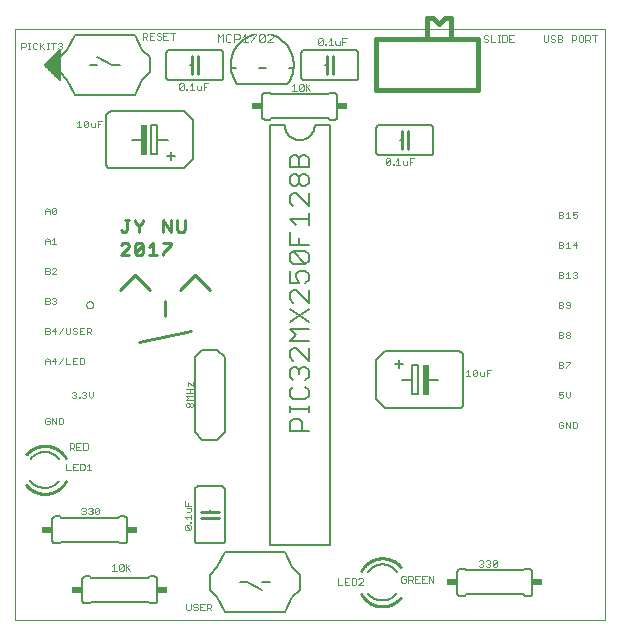
<source format=gto>
G75*
%MOIN*%
%OFA0B0*%
%FSLAX25Y25*%
%IPPOS*%
%LPD*%
%AMOC8*
5,1,8,0,0,1.08239X$1,22.5*
%
%ADD10C,0.00000*%
%ADD11C,0.00300*%
%ADD12C,0.00400*%
%ADD13C,0.01000*%
%ADD14C,0.00600*%
%ADD15R,0.02000X0.10000*%
%ADD16R,0.03400X0.02400*%
%ADD17C,0.00700*%
%ADD18C,0.01600*%
%ADD19C,0.00500*%
%ADD20C,0.00800*%
D10*
X0001600Y0001600D02*
X0001600Y0198450D01*
X0198450Y0198450D01*
X0198450Y0001600D01*
X0001600Y0001600D01*
X0025419Y0106600D02*
X0025421Y0106669D01*
X0025427Y0106737D01*
X0025437Y0106805D01*
X0025451Y0106872D01*
X0025469Y0106939D01*
X0025490Y0107004D01*
X0025516Y0107068D01*
X0025545Y0107130D01*
X0025577Y0107190D01*
X0025613Y0107249D01*
X0025653Y0107305D01*
X0025695Y0107359D01*
X0025741Y0107410D01*
X0025790Y0107459D01*
X0025841Y0107505D01*
X0025895Y0107547D01*
X0025951Y0107587D01*
X0026009Y0107623D01*
X0026070Y0107655D01*
X0026132Y0107684D01*
X0026196Y0107710D01*
X0026261Y0107731D01*
X0026328Y0107749D01*
X0026395Y0107763D01*
X0026463Y0107773D01*
X0026531Y0107779D01*
X0026600Y0107781D01*
X0026669Y0107779D01*
X0026737Y0107773D01*
X0026805Y0107763D01*
X0026872Y0107749D01*
X0026939Y0107731D01*
X0027004Y0107710D01*
X0027068Y0107684D01*
X0027130Y0107655D01*
X0027190Y0107623D01*
X0027249Y0107587D01*
X0027305Y0107547D01*
X0027359Y0107505D01*
X0027410Y0107459D01*
X0027459Y0107410D01*
X0027505Y0107359D01*
X0027547Y0107305D01*
X0027587Y0107249D01*
X0027623Y0107190D01*
X0027655Y0107130D01*
X0027684Y0107068D01*
X0027710Y0107004D01*
X0027731Y0106939D01*
X0027749Y0106872D01*
X0027763Y0106805D01*
X0027773Y0106737D01*
X0027779Y0106669D01*
X0027781Y0106600D01*
X0027779Y0106531D01*
X0027773Y0106463D01*
X0027763Y0106395D01*
X0027749Y0106328D01*
X0027731Y0106261D01*
X0027710Y0106196D01*
X0027684Y0106132D01*
X0027655Y0106070D01*
X0027623Y0106009D01*
X0027587Y0105951D01*
X0027547Y0105895D01*
X0027505Y0105841D01*
X0027459Y0105790D01*
X0027410Y0105741D01*
X0027359Y0105695D01*
X0027305Y0105653D01*
X0027249Y0105613D01*
X0027191Y0105577D01*
X0027130Y0105545D01*
X0027068Y0105516D01*
X0027004Y0105490D01*
X0026939Y0105469D01*
X0026872Y0105451D01*
X0026805Y0105437D01*
X0026737Y0105427D01*
X0026669Y0105421D01*
X0026600Y0105419D01*
X0026531Y0105421D01*
X0026463Y0105427D01*
X0026395Y0105437D01*
X0026328Y0105451D01*
X0026261Y0105469D01*
X0026196Y0105490D01*
X0026132Y0105516D01*
X0026070Y0105545D01*
X0026009Y0105577D01*
X0025951Y0105613D01*
X0025895Y0105653D01*
X0025841Y0105695D01*
X0025790Y0105741D01*
X0025741Y0105790D01*
X0025695Y0105841D01*
X0025653Y0105895D01*
X0025613Y0105951D01*
X0025577Y0106009D01*
X0025545Y0106070D01*
X0025516Y0106132D01*
X0025490Y0106196D01*
X0025469Y0106261D01*
X0025451Y0106328D01*
X0025437Y0106395D01*
X0025427Y0106463D01*
X0025421Y0106531D01*
X0025419Y0106600D01*
D11*
X0059482Y0080916D02*
X0059482Y0079448D01*
X0059849Y0078614D02*
X0059849Y0077146D01*
X0060950Y0077146D02*
X0058748Y0077146D01*
X0058748Y0076312D02*
X0060950Y0076312D01*
X0060950Y0074844D02*
X0058748Y0074844D01*
X0059482Y0075578D01*
X0058748Y0076312D01*
X0058748Y0078614D02*
X0060950Y0078614D01*
X0060950Y0079448D02*
X0060950Y0080916D01*
X0059482Y0080916D02*
X0060950Y0079448D01*
X0060583Y0074010D02*
X0060950Y0073643D01*
X0060950Y0072909D01*
X0060583Y0072542D01*
X0060216Y0072542D01*
X0059849Y0072909D01*
X0059849Y0073643D01*
X0060216Y0074010D01*
X0060583Y0074010D01*
X0059849Y0073643D02*
X0059482Y0074010D01*
X0059115Y0074010D01*
X0058748Y0073643D01*
X0058748Y0072909D01*
X0059115Y0072542D01*
X0059482Y0072542D01*
X0059849Y0072909D01*
X0058248Y0041166D02*
X0058248Y0039698D01*
X0060450Y0039698D01*
X0060450Y0038864D02*
X0058982Y0038864D01*
X0059349Y0039698D02*
X0059349Y0040432D01*
X0060450Y0038864D02*
X0060450Y0037763D01*
X0060083Y0037396D01*
X0058982Y0037396D01*
X0060450Y0036562D02*
X0060450Y0035094D01*
X0060450Y0035828D02*
X0058248Y0035828D01*
X0058982Y0035094D01*
X0060083Y0034310D02*
X0060450Y0034310D01*
X0060450Y0033943D01*
X0060083Y0033943D01*
X0060083Y0034310D01*
X0060083Y0033109D02*
X0060450Y0032742D01*
X0060450Y0032008D01*
X0060083Y0031641D01*
X0058615Y0033109D01*
X0060083Y0033109D01*
X0060083Y0031641D02*
X0058615Y0031641D01*
X0058248Y0032008D01*
X0058248Y0032742D01*
X0058615Y0033109D01*
X0040172Y0020202D02*
X0038704Y0018734D01*
X0039071Y0019101D02*
X0040172Y0018000D01*
X0038704Y0018000D02*
X0038704Y0020202D01*
X0037870Y0019835D02*
X0036402Y0018367D01*
X0036769Y0018000D01*
X0037503Y0018000D01*
X0037870Y0018367D01*
X0037870Y0019835D01*
X0037503Y0020202D01*
X0036769Y0020202D01*
X0036402Y0019835D01*
X0036402Y0018367D01*
X0035568Y0018000D02*
X0034100Y0018000D01*
X0034834Y0018000D02*
X0034834Y0020202D01*
X0034100Y0019468D01*
X0029449Y0036750D02*
X0028715Y0036750D01*
X0028348Y0037117D01*
X0029816Y0038585D01*
X0029816Y0037117D01*
X0029449Y0036750D01*
X0028348Y0037117D02*
X0028348Y0038585D01*
X0028715Y0038952D01*
X0029449Y0038952D01*
X0029816Y0038585D01*
X0027514Y0038585D02*
X0027147Y0038952D01*
X0026413Y0038952D01*
X0026046Y0038585D01*
X0025212Y0038585D02*
X0025212Y0038218D01*
X0024845Y0037851D01*
X0025212Y0037484D01*
X0025212Y0037117D01*
X0024845Y0036750D01*
X0024111Y0036750D01*
X0023744Y0037117D01*
X0024478Y0037851D02*
X0024845Y0037851D01*
X0025212Y0038585D02*
X0024845Y0038952D01*
X0024111Y0038952D01*
X0023744Y0038585D01*
X0026046Y0037117D02*
X0026413Y0036750D01*
X0027147Y0036750D01*
X0027514Y0037117D01*
X0027514Y0037484D01*
X0027147Y0037851D01*
X0026780Y0037851D01*
X0027147Y0037851D02*
X0027514Y0038218D01*
X0027514Y0038585D01*
X0027166Y0051500D02*
X0025698Y0051500D01*
X0026432Y0051500D02*
X0026432Y0053702D01*
X0025698Y0052968D01*
X0024864Y0053335D02*
X0024864Y0051867D01*
X0024497Y0051500D01*
X0023396Y0051500D01*
X0023396Y0053702D01*
X0024497Y0053702D01*
X0024864Y0053335D01*
X0022562Y0053702D02*
X0021094Y0053702D01*
X0021094Y0051500D01*
X0022562Y0051500D01*
X0021828Y0052601D02*
X0021094Y0052601D01*
X0020260Y0051500D02*
X0018792Y0051500D01*
X0018792Y0053702D01*
X0019844Y0058250D02*
X0019844Y0060452D01*
X0020945Y0060452D01*
X0021312Y0060085D01*
X0021312Y0059351D01*
X0020945Y0058984D01*
X0019844Y0058984D01*
X0020578Y0058984D02*
X0021312Y0058250D01*
X0022146Y0058250D02*
X0022146Y0060452D01*
X0023614Y0060452D01*
X0024448Y0060452D02*
X0024448Y0058250D01*
X0025549Y0058250D01*
X0025916Y0058617D01*
X0025916Y0060085D01*
X0025549Y0060452D01*
X0024448Y0060452D01*
X0022880Y0059351D02*
X0022146Y0059351D01*
X0022146Y0058250D02*
X0023614Y0058250D01*
X0058792Y0006952D02*
X0058792Y0005117D01*
X0059159Y0004750D01*
X0059893Y0004750D01*
X0060260Y0005117D01*
X0060260Y0006952D01*
X0061094Y0006585D02*
X0061094Y0006218D01*
X0061461Y0005851D01*
X0062195Y0005851D01*
X0062562Y0005484D01*
X0062562Y0005117D01*
X0062195Y0004750D01*
X0061461Y0004750D01*
X0061094Y0005117D01*
X0061094Y0006585D02*
X0061461Y0006952D01*
X0062195Y0006952D01*
X0062562Y0006585D01*
X0063396Y0006952D02*
X0063396Y0004750D01*
X0064864Y0004750D01*
X0065698Y0004750D02*
X0065698Y0006952D01*
X0066799Y0006952D01*
X0067166Y0006585D01*
X0067166Y0005851D01*
X0066799Y0005484D01*
X0065698Y0005484D01*
X0066432Y0005484D02*
X0067166Y0004750D01*
X0064864Y0006952D02*
X0063396Y0006952D01*
X0063396Y0005851D02*
X0064130Y0005851D01*
X0109250Y0013250D02*
X0110718Y0013250D01*
X0111552Y0013250D02*
X0113020Y0013250D01*
X0113854Y0013250D02*
X0114955Y0013250D01*
X0115322Y0013617D01*
X0115322Y0015085D01*
X0114955Y0015452D01*
X0113854Y0015452D01*
X0113854Y0013250D01*
X0112286Y0014351D02*
X0111552Y0014351D01*
X0111552Y0015452D02*
X0111552Y0013250D01*
X0111552Y0015452D02*
X0113020Y0015452D01*
X0116156Y0015085D02*
X0116523Y0015452D01*
X0117257Y0015452D01*
X0117624Y0015085D01*
X0117624Y0014718D01*
X0116156Y0013250D01*
X0117624Y0013250D01*
X0109250Y0013250D02*
X0109250Y0015452D01*
X0130500Y0015835D02*
X0130500Y0014367D01*
X0130867Y0014000D01*
X0131601Y0014000D01*
X0131968Y0014367D01*
X0131968Y0015101D01*
X0131234Y0015101D01*
X0131968Y0015835D02*
X0131601Y0016202D01*
X0130867Y0016202D01*
X0130500Y0015835D01*
X0132802Y0016202D02*
X0132802Y0014000D01*
X0132802Y0014734D02*
X0133903Y0014734D01*
X0134270Y0015101D01*
X0134270Y0015835D01*
X0133903Y0016202D01*
X0132802Y0016202D01*
X0133536Y0014734D02*
X0134270Y0014000D01*
X0135104Y0014000D02*
X0135104Y0016202D01*
X0136572Y0016202D01*
X0137406Y0016202D02*
X0137406Y0014000D01*
X0138874Y0014000D01*
X0139708Y0014000D02*
X0139708Y0016202D01*
X0141176Y0014000D01*
X0141176Y0016202D01*
X0138874Y0016202D02*
X0137406Y0016202D01*
X0137406Y0015101D02*
X0138140Y0015101D01*
X0136572Y0014000D02*
X0135104Y0014000D01*
X0135104Y0015101D02*
X0135838Y0015101D01*
X0156244Y0019617D02*
X0156611Y0019250D01*
X0157345Y0019250D01*
X0157712Y0019617D01*
X0157712Y0019984D01*
X0157345Y0020351D01*
X0156978Y0020351D01*
X0157345Y0020351D02*
X0157712Y0020718D01*
X0157712Y0021085D01*
X0157345Y0021452D01*
X0156611Y0021452D01*
X0156244Y0021085D01*
X0158546Y0021085D02*
X0158913Y0021452D01*
X0159647Y0021452D01*
X0160014Y0021085D01*
X0160014Y0020718D01*
X0159647Y0020351D01*
X0160014Y0019984D01*
X0160014Y0019617D01*
X0159647Y0019250D01*
X0158913Y0019250D01*
X0158546Y0019617D01*
X0159280Y0020351D02*
X0159647Y0020351D01*
X0160848Y0021085D02*
X0161215Y0021452D01*
X0161949Y0021452D01*
X0162316Y0021085D01*
X0160848Y0019617D01*
X0161215Y0019250D01*
X0161949Y0019250D01*
X0162316Y0019617D01*
X0162316Y0021085D01*
X0160848Y0021085D02*
X0160848Y0019617D01*
X0158906Y0082750D02*
X0158906Y0084952D01*
X0160374Y0084952D01*
X0159640Y0083851D02*
X0158906Y0083851D01*
X0158072Y0084218D02*
X0158072Y0082750D01*
X0156971Y0082750D01*
X0156604Y0083117D01*
X0156604Y0084218D01*
X0155770Y0084585D02*
X0155770Y0083117D01*
X0155403Y0082750D01*
X0154669Y0082750D01*
X0154302Y0083117D01*
X0155770Y0084585D01*
X0155403Y0084952D01*
X0154669Y0084952D01*
X0154302Y0084585D01*
X0154302Y0083117D01*
X0153468Y0082750D02*
X0152000Y0082750D01*
X0152734Y0082750D02*
X0152734Y0084952D01*
X0152000Y0084218D01*
X0133307Y0153250D02*
X0133307Y0155452D01*
X0134775Y0155452D01*
X0134041Y0154351D02*
X0133307Y0154351D01*
X0132473Y0154718D02*
X0132473Y0153250D01*
X0131372Y0153250D01*
X0131005Y0153617D01*
X0131005Y0154718D01*
X0130171Y0153250D02*
X0128703Y0153250D01*
X0129437Y0153250D02*
X0129437Y0155452D01*
X0128703Y0154718D01*
X0127919Y0153617D02*
X0127919Y0153250D01*
X0127552Y0153250D01*
X0127552Y0153617D01*
X0127919Y0153617D01*
X0126718Y0153617D02*
X0126351Y0153250D01*
X0125617Y0153250D01*
X0125250Y0153617D01*
X0126718Y0155085D01*
X0126718Y0153617D01*
X0126718Y0155085D02*
X0126351Y0155452D01*
X0125617Y0155452D01*
X0125250Y0155085D01*
X0125250Y0153617D01*
X0100172Y0178000D02*
X0099071Y0179101D01*
X0098704Y0178734D02*
X0100172Y0180202D01*
X0098704Y0180202D02*
X0098704Y0178000D01*
X0097870Y0178367D02*
X0097870Y0179835D01*
X0096402Y0178367D01*
X0096769Y0178000D01*
X0097503Y0178000D01*
X0097870Y0178367D01*
X0097870Y0179835D02*
X0097503Y0180202D01*
X0096769Y0180202D01*
X0096402Y0179835D01*
X0096402Y0178367D01*
X0095568Y0178000D02*
X0094100Y0178000D01*
X0094834Y0178000D02*
X0094834Y0180202D01*
X0094100Y0179468D01*
X0103117Y0193250D02*
X0102750Y0193617D01*
X0104218Y0195085D01*
X0104218Y0193617D01*
X0103851Y0193250D01*
X0103117Y0193250D01*
X0102750Y0193617D02*
X0102750Y0195085D01*
X0103117Y0195452D01*
X0103851Y0195452D01*
X0104218Y0195085D01*
X0105052Y0193617D02*
X0105419Y0193617D01*
X0105419Y0193250D01*
X0105052Y0193250D01*
X0105052Y0193617D01*
X0106203Y0193250D02*
X0107671Y0193250D01*
X0106937Y0193250D02*
X0106937Y0195452D01*
X0106203Y0194718D01*
X0108505Y0194718D02*
X0108505Y0193617D01*
X0108872Y0193250D01*
X0109973Y0193250D01*
X0109973Y0194718D01*
X0110807Y0194351D02*
X0111541Y0194351D01*
X0110807Y0195452D02*
X0112275Y0195452D01*
X0110807Y0195452D02*
X0110807Y0193250D01*
X0087626Y0194250D02*
X0085824Y0194250D01*
X0087626Y0196052D01*
X0087626Y0196502D01*
X0087175Y0196952D01*
X0086274Y0196952D01*
X0085824Y0196502D01*
X0084863Y0196502D02*
X0083062Y0194700D01*
X0083512Y0194250D01*
X0084413Y0194250D01*
X0084863Y0194700D01*
X0084863Y0196502D01*
X0084413Y0196952D01*
X0083512Y0196952D01*
X0083062Y0196502D01*
X0083062Y0194700D01*
X0082101Y0196502D02*
X0080299Y0194700D01*
X0080299Y0194250D01*
X0079339Y0194250D02*
X0077537Y0194250D01*
X0078438Y0194250D02*
X0078438Y0196952D01*
X0077537Y0196052D01*
X0076576Y0196502D02*
X0076576Y0195601D01*
X0076126Y0195151D01*
X0074775Y0195151D01*
X0074775Y0194250D02*
X0074775Y0196952D01*
X0076126Y0196952D01*
X0076576Y0196502D01*
X0073814Y0196502D02*
X0073363Y0196952D01*
X0072463Y0196952D01*
X0072012Y0196502D01*
X0072012Y0194700D01*
X0072463Y0194250D01*
X0073363Y0194250D01*
X0073814Y0194700D01*
X0071052Y0194250D02*
X0071052Y0196952D01*
X0070151Y0196052D01*
X0069250Y0196952D01*
X0069250Y0194250D01*
X0080299Y0196952D02*
X0082101Y0196952D01*
X0082101Y0196502D01*
X0066025Y0180452D02*
X0064557Y0180452D01*
X0064557Y0178250D01*
X0063723Y0178250D02*
X0063723Y0179718D01*
X0064557Y0179351D02*
X0065291Y0179351D01*
X0063723Y0178250D02*
X0062622Y0178250D01*
X0062255Y0178617D01*
X0062255Y0179718D01*
X0061421Y0178250D02*
X0059953Y0178250D01*
X0060687Y0178250D02*
X0060687Y0180452D01*
X0059953Y0179718D01*
X0059169Y0178617D02*
X0059169Y0178250D01*
X0058802Y0178250D01*
X0058802Y0178617D01*
X0059169Y0178617D01*
X0057968Y0178617D02*
X0057968Y0180085D01*
X0056500Y0178617D01*
X0056867Y0178250D01*
X0057601Y0178250D01*
X0057968Y0178617D01*
X0057968Y0180085D02*
X0057601Y0180452D01*
X0056867Y0180452D01*
X0056500Y0180085D01*
X0056500Y0178617D01*
X0054192Y0195000D02*
X0054192Y0197202D01*
X0053458Y0197202D02*
X0054926Y0197202D01*
X0052624Y0197202D02*
X0051156Y0197202D01*
X0051156Y0195000D01*
X0052624Y0195000D01*
X0051890Y0196101D02*
X0051156Y0196101D01*
X0050322Y0195734D02*
X0050322Y0195367D01*
X0049955Y0195000D01*
X0049221Y0195000D01*
X0048854Y0195367D01*
X0049221Y0196101D02*
X0049955Y0196101D01*
X0050322Y0195734D01*
X0050322Y0196835D02*
X0049955Y0197202D01*
X0049221Y0197202D01*
X0048854Y0196835D01*
X0048854Y0196468D01*
X0049221Y0196101D01*
X0048020Y0197202D02*
X0046552Y0197202D01*
X0046552Y0195000D01*
X0048020Y0195000D01*
X0047286Y0196101D02*
X0046552Y0196101D01*
X0045718Y0196101D02*
X0045351Y0195734D01*
X0044250Y0195734D01*
X0044984Y0195734D02*
X0045718Y0195000D01*
X0045718Y0196101D02*
X0045718Y0196835D01*
X0045351Y0197202D01*
X0044250Y0197202D01*
X0044250Y0195000D01*
X0030666Y0167952D02*
X0029198Y0167952D01*
X0029198Y0165750D01*
X0028364Y0165750D02*
X0028364Y0167218D01*
X0029198Y0166851D02*
X0029932Y0166851D01*
X0028364Y0165750D02*
X0027263Y0165750D01*
X0026896Y0166117D01*
X0026896Y0167218D01*
X0026062Y0167585D02*
X0024594Y0166117D01*
X0024961Y0165750D01*
X0025695Y0165750D01*
X0026062Y0166117D01*
X0026062Y0167585D01*
X0025695Y0167952D01*
X0024961Y0167952D01*
X0024594Y0167585D01*
X0024594Y0166117D01*
X0023760Y0165750D02*
X0022292Y0165750D01*
X0023026Y0165750D02*
X0023026Y0167952D01*
X0022292Y0167218D01*
X0017128Y0191750D02*
X0016394Y0191750D01*
X0016027Y0192117D01*
X0016761Y0192851D02*
X0017128Y0192851D01*
X0017495Y0192484D01*
X0017495Y0192117D01*
X0017128Y0191750D01*
X0017128Y0192851D02*
X0017495Y0193218D01*
X0017495Y0193585D01*
X0017128Y0193952D01*
X0016394Y0193952D01*
X0016027Y0193585D01*
X0015193Y0193952D02*
X0013725Y0193952D01*
X0014459Y0193952D02*
X0014459Y0191750D01*
X0012924Y0191750D02*
X0012191Y0191750D01*
X0012557Y0191750D02*
X0012557Y0193952D01*
X0012191Y0193952D02*
X0012924Y0193952D01*
X0011356Y0193952D02*
X0009889Y0192484D01*
X0010256Y0192851D02*
X0011356Y0191750D01*
X0009889Y0191750D02*
X0009889Y0193952D01*
X0009055Y0193585D02*
X0008688Y0193952D01*
X0007954Y0193952D01*
X0007587Y0193585D01*
X0007587Y0192117D01*
X0007954Y0191750D01*
X0008688Y0191750D01*
X0009055Y0192117D01*
X0006786Y0191750D02*
X0006052Y0191750D01*
X0006419Y0191750D02*
X0006419Y0193952D01*
X0006052Y0193952D02*
X0006786Y0193952D01*
X0005218Y0193585D02*
X0005218Y0192851D01*
X0004851Y0192484D01*
X0003750Y0192484D01*
X0003750Y0191750D02*
X0003750Y0193952D01*
X0004851Y0193952D01*
X0005218Y0193585D01*
X0158000Y0194617D02*
X0158367Y0194250D01*
X0159101Y0194250D01*
X0159468Y0194617D01*
X0159468Y0194984D01*
X0159101Y0195351D01*
X0158367Y0195351D01*
X0158000Y0195718D01*
X0158000Y0196085D01*
X0158367Y0196452D01*
X0159101Y0196452D01*
X0159468Y0196085D01*
X0160302Y0196452D02*
X0160302Y0194250D01*
X0161770Y0194250D01*
X0162604Y0194250D02*
X0163338Y0194250D01*
X0162971Y0194250D02*
X0162971Y0196452D01*
X0162604Y0196452D02*
X0163338Y0196452D01*
X0164139Y0196452D02*
X0165239Y0196452D01*
X0165606Y0196085D01*
X0165606Y0194617D01*
X0165239Y0194250D01*
X0164139Y0194250D01*
X0164139Y0196452D01*
X0166441Y0196452D02*
X0166441Y0194250D01*
X0167908Y0194250D01*
X0167174Y0195351D02*
X0166441Y0195351D01*
X0166441Y0196452D02*
X0167908Y0196452D01*
X0178000Y0196452D02*
X0178000Y0194617D01*
X0178367Y0194250D01*
X0179101Y0194250D01*
X0179468Y0194617D01*
X0179468Y0196452D01*
X0180302Y0196085D02*
X0180302Y0195718D01*
X0180669Y0195351D01*
X0181403Y0195351D01*
X0181770Y0194984D01*
X0181770Y0194617D01*
X0181403Y0194250D01*
X0180669Y0194250D01*
X0180302Y0194617D01*
X0180302Y0196085D02*
X0180669Y0196452D01*
X0181403Y0196452D01*
X0181770Y0196085D01*
X0182604Y0196452D02*
X0183705Y0196452D01*
X0184072Y0196085D01*
X0184072Y0195718D01*
X0183705Y0195351D01*
X0182604Y0195351D01*
X0183705Y0195351D02*
X0184072Y0194984D01*
X0184072Y0194617D01*
X0183705Y0194250D01*
X0182604Y0194250D01*
X0182604Y0196452D01*
X0187208Y0196452D02*
X0187208Y0194250D01*
X0187208Y0194984D02*
X0188309Y0194984D01*
X0188676Y0195351D01*
X0188676Y0196085D01*
X0188309Y0196452D01*
X0187208Y0196452D01*
X0189510Y0196085D02*
X0189510Y0194617D01*
X0189877Y0194250D01*
X0190611Y0194250D01*
X0190978Y0194617D01*
X0190978Y0196085D01*
X0190611Y0196452D01*
X0189877Y0196452D01*
X0189510Y0196085D01*
X0191812Y0196452D02*
X0191812Y0194250D01*
X0191812Y0194984D02*
X0192913Y0194984D01*
X0193280Y0195351D01*
X0193280Y0196085D01*
X0192913Y0196452D01*
X0191812Y0196452D01*
X0192546Y0194984D02*
X0193280Y0194250D01*
X0194848Y0194250D02*
X0194848Y0196452D01*
X0194114Y0196452D02*
X0195582Y0196452D01*
D12*
X0189055Y0137652D02*
X0187654Y0137652D01*
X0187654Y0136601D01*
X0188355Y0136951D01*
X0188705Y0136951D01*
X0189055Y0136601D01*
X0189055Y0135900D01*
X0188705Y0135550D01*
X0188004Y0135550D01*
X0187654Y0135900D01*
X0186753Y0135550D02*
X0185352Y0135550D01*
X0186053Y0135550D02*
X0186053Y0137652D01*
X0185352Y0136951D01*
X0184451Y0136951D02*
X0184101Y0136601D01*
X0183050Y0136601D01*
X0183050Y0135550D02*
X0183050Y0137652D01*
X0184101Y0137652D01*
X0184451Y0137301D01*
X0184451Y0136951D01*
X0184101Y0136601D02*
X0184451Y0136251D01*
X0184451Y0135900D01*
X0184101Y0135550D01*
X0183050Y0135550D01*
X0183050Y0127652D02*
X0184101Y0127652D01*
X0184451Y0127301D01*
X0184451Y0126951D01*
X0184101Y0126601D01*
X0183050Y0126601D01*
X0183050Y0125550D02*
X0183050Y0127652D01*
X0184101Y0126601D02*
X0184451Y0126251D01*
X0184451Y0125900D01*
X0184101Y0125550D01*
X0183050Y0125550D01*
X0185352Y0125550D02*
X0186753Y0125550D01*
X0186053Y0125550D02*
X0186053Y0127652D01*
X0185352Y0126951D01*
X0187654Y0126601D02*
X0189055Y0126601D01*
X0188705Y0127652D02*
X0187654Y0126601D01*
X0188705Y0125550D02*
X0188705Y0127652D01*
X0188705Y0117652D02*
X0188004Y0117652D01*
X0187654Y0117301D01*
X0188355Y0116601D02*
X0188705Y0116601D01*
X0189055Y0116251D01*
X0189055Y0115900D01*
X0188705Y0115550D01*
X0188004Y0115550D01*
X0187654Y0115900D01*
X0186753Y0115550D02*
X0185352Y0115550D01*
X0186053Y0115550D02*
X0186053Y0117652D01*
X0185352Y0116951D01*
X0184451Y0116951D02*
X0184101Y0116601D01*
X0183050Y0116601D01*
X0183050Y0117652D02*
X0184101Y0117652D01*
X0184451Y0117301D01*
X0184451Y0116951D01*
X0184101Y0116601D02*
X0184451Y0116251D01*
X0184451Y0115900D01*
X0184101Y0115550D01*
X0183050Y0115550D01*
X0183050Y0117652D01*
X0188705Y0117652D02*
X0189055Y0117301D01*
X0189055Y0116951D01*
X0188705Y0116601D01*
X0186403Y0107652D02*
X0185702Y0107652D01*
X0185352Y0107301D01*
X0185352Y0106951D01*
X0185702Y0106601D01*
X0186753Y0106601D01*
X0186753Y0107301D02*
X0186403Y0107652D01*
X0186753Y0107301D02*
X0186753Y0105900D01*
X0186403Y0105550D01*
X0185702Y0105550D01*
X0185352Y0105900D01*
X0184451Y0105900D02*
X0184451Y0106251D01*
X0184101Y0106601D01*
X0183050Y0106601D01*
X0183050Y0107652D02*
X0184101Y0107652D01*
X0184451Y0107301D01*
X0184451Y0106951D01*
X0184101Y0106601D01*
X0184451Y0105900D02*
X0184101Y0105550D01*
X0183050Y0105550D01*
X0183050Y0107652D01*
X0183050Y0097652D02*
X0184101Y0097652D01*
X0184451Y0097301D01*
X0184451Y0096951D01*
X0184101Y0096601D01*
X0183050Y0096601D01*
X0183050Y0095550D02*
X0183050Y0097652D01*
X0184101Y0096601D02*
X0184451Y0096251D01*
X0184451Y0095900D01*
X0184101Y0095550D01*
X0183050Y0095550D01*
X0185352Y0095900D02*
X0185352Y0096251D01*
X0185702Y0096601D01*
X0186403Y0096601D01*
X0186753Y0096251D01*
X0186753Y0095900D01*
X0186403Y0095550D01*
X0185702Y0095550D01*
X0185352Y0095900D01*
X0185702Y0096601D02*
X0185352Y0096951D01*
X0185352Y0097301D01*
X0185702Y0097652D01*
X0186403Y0097652D01*
X0186753Y0097301D01*
X0186753Y0096951D01*
X0186403Y0096601D01*
X0186753Y0087652D02*
X0185352Y0087652D01*
X0184451Y0087301D02*
X0184451Y0086951D01*
X0184101Y0086601D01*
X0183050Y0086601D01*
X0183050Y0087652D02*
X0184101Y0087652D01*
X0184451Y0087301D01*
X0184101Y0086601D02*
X0184451Y0086251D01*
X0184451Y0085900D01*
X0184101Y0085550D01*
X0183050Y0085550D01*
X0183050Y0087652D01*
X0185352Y0085900D02*
X0185352Y0085550D01*
X0185352Y0085900D02*
X0186753Y0087301D01*
X0186753Y0087652D01*
X0186753Y0077652D02*
X0186753Y0076251D01*
X0186053Y0075550D01*
X0185352Y0076251D01*
X0185352Y0077652D01*
X0184451Y0077652D02*
X0183050Y0077652D01*
X0183050Y0076601D01*
X0183751Y0076951D01*
X0184101Y0076951D01*
X0184451Y0076601D01*
X0184451Y0075900D01*
X0184101Y0075550D01*
X0183400Y0075550D01*
X0183050Y0075900D01*
X0183400Y0067652D02*
X0183050Y0067301D01*
X0183050Y0065900D01*
X0183400Y0065550D01*
X0184101Y0065550D01*
X0184451Y0065900D01*
X0184451Y0066601D01*
X0183751Y0066601D01*
X0184451Y0067301D02*
X0184101Y0067652D01*
X0183400Y0067652D01*
X0185352Y0067652D02*
X0185352Y0065550D01*
X0186753Y0065550D02*
X0185352Y0067652D01*
X0186753Y0067652D02*
X0186753Y0065550D01*
X0187654Y0065550D02*
X0188705Y0065550D01*
X0189055Y0065900D01*
X0189055Y0067301D01*
X0188705Y0067652D01*
X0187654Y0067652D01*
X0187654Y0065550D01*
X0027706Y0076251D02*
X0027706Y0077652D01*
X0026305Y0077652D02*
X0026305Y0076251D01*
X0027005Y0075550D01*
X0027706Y0076251D01*
X0025404Y0076251D02*
X0025404Y0075900D01*
X0025054Y0075550D01*
X0024353Y0075550D01*
X0024003Y0075900D01*
X0023202Y0075900D02*
X0023202Y0075550D01*
X0022852Y0075550D01*
X0022852Y0075900D01*
X0023202Y0075900D01*
X0021951Y0075900D02*
X0021601Y0075550D01*
X0020900Y0075550D01*
X0020550Y0075900D01*
X0021251Y0076601D02*
X0021601Y0076601D01*
X0021951Y0076251D01*
X0021951Y0075900D01*
X0021601Y0076601D02*
X0021951Y0076951D01*
X0021951Y0077301D01*
X0021601Y0077652D01*
X0020900Y0077652D01*
X0020550Y0077301D01*
X0024003Y0077301D02*
X0024353Y0077652D01*
X0025054Y0077652D01*
X0025404Y0077301D01*
X0025404Y0076951D01*
X0025054Y0076601D01*
X0025404Y0076251D01*
X0025054Y0076601D02*
X0024704Y0076601D01*
X0017455Y0068902D02*
X0016404Y0068902D01*
X0016404Y0066800D01*
X0017455Y0066800D01*
X0017805Y0067150D01*
X0017805Y0068551D01*
X0017455Y0068902D01*
X0015503Y0068902D02*
X0015503Y0066800D01*
X0014102Y0068902D01*
X0014102Y0066800D01*
X0013201Y0067150D02*
X0013201Y0067851D01*
X0012501Y0067851D01*
X0013201Y0068551D02*
X0012851Y0068902D01*
X0012150Y0068902D01*
X0011800Y0068551D01*
X0011800Y0067150D01*
X0012150Y0066800D01*
X0012851Y0066800D01*
X0013201Y0067150D01*
X0013201Y0086800D02*
X0013201Y0088201D01*
X0012501Y0088902D01*
X0011800Y0088201D01*
X0011800Y0086800D01*
X0011800Y0087851D02*
X0013201Y0087851D01*
X0014102Y0087851D02*
X0015503Y0087851D01*
X0015153Y0088902D02*
X0014102Y0087851D01*
X0015153Y0086800D02*
X0015153Y0088902D01*
X0016404Y0086800D02*
X0017805Y0088902D01*
X0018706Y0088902D02*
X0018706Y0086800D01*
X0020107Y0086800D01*
X0021008Y0086800D02*
X0022409Y0086800D01*
X0023310Y0086800D02*
X0024361Y0086800D01*
X0024711Y0087150D01*
X0024711Y0088551D01*
X0024361Y0088902D01*
X0023310Y0088902D01*
X0023310Y0086800D01*
X0021708Y0087851D02*
X0021008Y0087851D01*
X0021008Y0088902D02*
X0021008Y0086800D01*
X0021008Y0088902D02*
X0022409Y0088902D01*
X0022059Y0096800D02*
X0021358Y0096800D01*
X0021008Y0097150D01*
X0021358Y0097851D02*
X0022059Y0097851D01*
X0022409Y0097501D01*
X0022409Y0097150D01*
X0022059Y0096800D01*
X0023310Y0096800D02*
X0023310Y0098902D01*
X0024711Y0098902D01*
X0025612Y0098902D02*
X0026663Y0098902D01*
X0027013Y0098551D01*
X0027013Y0097851D01*
X0026663Y0097501D01*
X0025612Y0097501D01*
X0026312Y0097501D02*
X0027013Y0096800D01*
X0025612Y0096800D02*
X0025612Y0098902D01*
X0024010Y0097851D02*
X0023310Y0097851D01*
X0023310Y0096800D02*
X0024711Y0096800D01*
X0022409Y0098551D02*
X0022059Y0098902D01*
X0021358Y0098902D01*
X0021008Y0098551D01*
X0021008Y0098201D01*
X0021358Y0097851D01*
X0020107Y0097150D02*
X0020107Y0098902D01*
X0018706Y0098902D02*
X0018706Y0097150D01*
X0019056Y0096800D01*
X0019757Y0096800D01*
X0020107Y0097150D01*
X0017805Y0098902D02*
X0016404Y0096800D01*
X0015153Y0096800D02*
X0015153Y0098902D01*
X0014102Y0097851D01*
X0015503Y0097851D01*
X0013201Y0098201D02*
X0012851Y0097851D01*
X0011800Y0097851D01*
X0011800Y0096800D02*
X0011800Y0098902D01*
X0012851Y0098902D01*
X0013201Y0098551D01*
X0013201Y0098201D01*
X0012851Y0097851D02*
X0013201Y0097501D01*
X0013201Y0097150D01*
X0012851Y0096800D01*
X0011800Y0096800D01*
X0011800Y0106800D02*
X0012851Y0106800D01*
X0013201Y0107150D01*
X0013201Y0107501D01*
X0012851Y0107851D01*
X0011800Y0107851D01*
X0011800Y0106800D02*
X0011800Y0108902D01*
X0012851Y0108902D01*
X0013201Y0108551D01*
X0013201Y0108201D01*
X0012851Y0107851D01*
X0014102Y0108551D02*
X0014452Y0108902D01*
X0015153Y0108902D01*
X0015503Y0108551D01*
X0015503Y0108201D01*
X0015153Y0107851D01*
X0015503Y0107501D01*
X0015503Y0107150D01*
X0015153Y0106800D01*
X0014452Y0106800D01*
X0014102Y0107150D01*
X0014803Y0107851D02*
X0015153Y0107851D01*
X0015503Y0116800D02*
X0014102Y0116800D01*
X0015503Y0118201D01*
X0015503Y0118551D01*
X0015153Y0118902D01*
X0014452Y0118902D01*
X0014102Y0118551D01*
X0013201Y0118551D02*
X0013201Y0118201D01*
X0012851Y0117851D01*
X0011800Y0117851D01*
X0011800Y0116800D02*
X0011800Y0118902D01*
X0012851Y0118902D01*
X0013201Y0118551D01*
X0012851Y0117851D02*
X0013201Y0117501D01*
X0013201Y0117150D01*
X0012851Y0116800D01*
X0011800Y0116800D01*
X0011800Y0126800D02*
X0011800Y0128201D01*
X0012501Y0128902D01*
X0013201Y0128201D01*
X0013201Y0126800D01*
X0014102Y0126800D02*
X0015503Y0126800D01*
X0014803Y0126800D02*
X0014803Y0128902D01*
X0014102Y0128201D01*
X0013201Y0127851D02*
X0011800Y0127851D01*
X0011800Y0136800D02*
X0011800Y0138201D01*
X0012501Y0138902D01*
X0013201Y0138201D01*
X0013201Y0136800D01*
X0014102Y0137150D02*
X0015503Y0138551D01*
X0015503Y0137150D01*
X0015153Y0136800D01*
X0014452Y0136800D01*
X0014102Y0137150D01*
X0014102Y0138551D01*
X0014452Y0138902D01*
X0015153Y0138902D01*
X0015503Y0138551D01*
X0013201Y0137851D02*
X0011800Y0137851D01*
D13*
X0037100Y0131517D02*
X0037767Y0130850D01*
X0038434Y0130850D01*
X0039102Y0131517D01*
X0039102Y0134853D01*
X0039769Y0134853D02*
X0038434Y0134853D01*
X0041704Y0134853D02*
X0041704Y0134186D01*
X0043038Y0132852D01*
X0043038Y0130850D01*
X0043038Y0132852D02*
X0044373Y0134186D01*
X0044373Y0134853D01*
X0050912Y0134853D02*
X0050912Y0130850D01*
X0053581Y0130850D02*
X0053581Y0134853D01*
X0055516Y0134853D02*
X0055516Y0131517D01*
X0056183Y0130850D01*
X0057517Y0130850D01*
X0058185Y0131517D01*
X0058185Y0134853D01*
X0053581Y0130850D02*
X0050912Y0134853D01*
X0050912Y0127353D02*
X0053581Y0127353D01*
X0053581Y0126686D01*
X0050912Y0124017D01*
X0050912Y0123350D01*
X0048977Y0123350D02*
X0046308Y0123350D01*
X0047642Y0123350D02*
X0047642Y0127353D01*
X0046308Y0126019D01*
X0044373Y0126686D02*
X0044373Y0124017D01*
X0043706Y0123350D01*
X0042371Y0123350D01*
X0041704Y0124017D01*
X0044373Y0126686D01*
X0043706Y0127353D01*
X0042371Y0127353D01*
X0041704Y0126686D01*
X0041704Y0124017D01*
X0039769Y0123350D02*
X0037100Y0123350D01*
X0039769Y0126019D01*
X0039769Y0126686D01*
X0039102Y0127353D01*
X0037767Y0127353D01*
X0037100Y0126686D01*
X0041600Y0116600D02*
X0046600Y0111600D01*
X0051600Y0107850D02*
X0051600Y0102850D01*
X0060350Y0097850D02*
X0042850Y0094100D01*
X0036600Y0111600D02*
X0041600Y0116600D01*
X0056600Y0111600D02*
X0061600Y0116600D01*
X0066600Y0111600D01*
X0018546Y0055569D02*
X0018447Y0055738D01*
X0018343Y0055904D01*
X0018236Y0056068D01*
X0018125Y0056229D01*
X0018010Y0056387D01*
X0017891Y0056542D01*
X0017768Y0056695D01*
X0017642Y0056844D01*
X0017512Y0056990D01*
X0017378Y0057133D01*
X0017241Y0057273D01*
X0017101Y0057409D01*
X0016957Y0057542D01*
X0016810Y0057671D01*
X0016660Y0057797D01*
X0016507Y0057918D01*
X0016351Y0058037D01*
X0016192Y0058151D01*
X0016031Y0058261D01*
X0015866Y0058367D01*
X0015700Y0058470D01*
X0015530Y0058568D01*
X0015359Y0058662D01*
X0015185Y0058752D01*
X0015009Y0058837D01*
X0014831Y0058919D01*
X0014651Y0058995D01*
X0014469Y0059068D01*
X0014286Y0059136D01*
X0014101Y0059199D01*
X0013914Y0059258D01*
X0013726Y0059312D01*
X0013537Y0059362D01*
X0013347Y0059407D01*
X0013155Y0059447D01*
X0012963Y0059483D01*
X0012770Y0059514D01*
X0012576Y0059540D01*
X0012381Y0059562D01*
X0012186Y0059578D01*
X0011991Y0059590D01*
X0011795Y0059598D01*
X0011600Y0059600D01*
X0018659Y0047835D02*
X0018566Y0047667D01*
X0018470Y0047501D01*
X0018370Y0047337D01*
X0018265Y0047176D01*
X0018157Y0047017D01*
X0018045Y0046861D01*
X0017929Y0046707D01*
X0017810Y0046557D01*
X0017687Y0046409D01*
X0017561Y0046264D01*
X0017431Y0046123D01*
X0017298Y0045984D01*
X0017161Y0045849D01*
X0017021Y0045717D01*
X0016879Y0045589D01*
X0016733Y0045464D01*
X0016584Y0045342D01*
X0016432Y0045224D01*
X0016278Y0045110D01*
X0016120Y0045000D01*
X0015961Y0044893D01*
X0015798Y0044790D01*
X0015633Y0044691D01*
X0015466Y0044596D01*
X0015297Y0044506D01*
X0015126Y0044419D01*
X0014952Y0044336D01*
X0014777Y0044258D01*
X0014599Y0044184D01*
X0014420Y0044114D01*
X0014240Y0044048D01*
X0014058Y0043987D01*
X0013874Y0043930D01*
X0013689Y0043878D01*
X0013503Y0043830D01*
X0013316Y0043786D01*
X0013128Y0043747D01*
X0012939Y0043713D01*
X0012749Y0043683D01*
X0012559Y0043658D01*
X0012368Y0043637D01*
X0012176Y0043621D01*
X0011984Y0043609D01*
X0011792Y0043602D01*
X0011600Y0043600D01*
X0005493Y0056768D02*
X0005620Y0056914D01*
X0005749Y0057056D01*
X0005883Y0057196D01*
X0006019Y0057332D01*
X0006159Y0057465D01*
X0006302Y0057595D01*
X0006449Y0057721D01*
X0006598Y0057843D01*
X0006750Y0057962D01*
X0006905Y0058077D01*
X0007062Y0058189D01*
X0007222Y0058296D01*
X0007385Y0058400D01*
X0007551Y0058499D01*
X0007718Y0058595D01*
X0007888Y0058687D01*
X0008060Y0058774D01*
X0008234Y0058858D01*
X0008410Y0058937D01*
X0008588Y0059011D01*
X0008768Y0059082D01*
X0008949Y0059148D01*
X0009132Y0059210D01*
X0009316Y0059267D01*
X0009502Y0059320D01*
X0009689Y0059368D01*
X0009877Y0059412D01*
X0010066Y0059451D01*
X0010256Y0059486D01*
X0010446Y0059516D01*
X0010637Y0059542D01*
X0010829Y0059563D01*
X0011022Y0059579D01*
X0011214Y0059591D01*
X0011407Y0059598D01*
X0011600Y0059600D01*
X0005454Y0046478D02*
X0005581Y0046330D01*
X0005711Y0046185D01*
X0005844Y0046044D01*
X0005981Y0045905D01*
X0006121Y0045770D01*
X0006265Y0045639D01*
X0006412Y0045511D01*
X0006561Y0045386D01*
X0006714Y0045265D01*
X0006869Y0045148D01*
X0007028Y0045035D01*
X0007189Y0044926D01*
X0007353Y0044821D01*
X0007519Y0044719D01*
X0007688Y0044622D01*
X0007858Y0044529D01*
X0008032Y0044440D01*
X0008207Y0044355D01*
X0008384Y0044275D01*
X0008563Y0044199D01*
X0008744Y0044127D01*
X0008927Y0044060D01*
X0009111Y0043997D01*
X0009297Y0043939D01*
X0009484Y0043885D01*
X0009672Y0043836D01*
X0009862Y0043791D01*
X0010052Y0043751D01*
X0010244Y0043716D01*
X0010436Y0043685D01*
X0010629Y0043659D01*
X0010823Y0043638D01*
X0011017Y0043621D01*
X0011211Y0043609D01*
X0011405Y0043602D01*
X0011600Y0043600D01*
X0063600Y0037600D02*
X0066600Y0037600D01*
X0069600Y0037600D01*
X0069600Y0035600D02*
X0066600Y0035600D01*
X0063600Y0035600D01*
X0117154Y0010131D02*
X0117253Y0009962D01*
X0117357Y0009796D01*
X0117464Y0009632D01*
X0117575Y0009471D01*
X0117690Y0009313D01*
X0117809Y0009158D01*
X0117932Y0009005D01*
X0118058Y0008856D01*
X0118188Y0008710D01*
X0118322Y0008567D01*
X0118459Y0008427D01*
X0118599Y0008291D01*
X0118743Y0008158D01*
X0118890Y0008029D01*
X0119040Y0007903D01*
X0119193Y0007782D01*
X0119349Y0007663D01*
X0119508Y0007549D01*
X0119669Y0007439D01*
X0119834Y0007333D01*
X0120000Y0007230D01*
X0120170Y0007132D01*
X0120341Y0007038D01*
X0120515Y0006948D01*
X0120691Y0006863D01*
X0120869Y0006781D01*
X0121049Y0006705D01*
X0121231Y0006632D01*
X0121414Y0006564D01*
X0121599Y0006501D01*
X0121786Y0006442D01*
X0121974Y0006388D01*
X0122163Y0006338D01*
X0122353Y0006293D01*
X0122545Y0006253D01*
X0122737Y0006217D01*
X0122930Y0006186D01*
X0123124Y0006160D01*
X0123319Y0006138D01*
X0123514Y0006122D01*
X0123709Y0006110D01*
X0123905Y0006102D01*
X0124100Y0006100D01*
X0117041Y0017865D02*
X0117134Y0018033D01*
X0117230Y0018199D01*
X0117330Y0018363D01*
X0117435Y0018524D01*
X0117543Y0018683D01*
X0117655Y0018839D01*
X0117771Y0018993D01*
X0117890Y0019143D01*
X0118013Y0019291D01*
X0118139Y0019436D01*
X0118269Y0019577D01*
X0118402Y0019716D01*
X0118539Y0019851D01*
X0118679Y0019983D01*
X0118821Y0020111D01*
X0118967Y0020236D01*
X0119116Y0020358D01*
X0119268Y0020476D01*
X0119422Y0020590D01*
X0119580Y0020700D01*
X0119739Y0020807D01*
X0119902Y0020910D01*
X0120067Y0021009D01*
X0120234Y0021104D01*
X0120403Y0021194D01*
X0120574Y0021281D01*
X0120748Y0021364D01*
X0120923Y0021442D01*
X0121101Y0021516D01*
X0121280Y0021586D01*
X0121460Y0021652D01*
X0121642Y0021713D01*
X0121826Y0021770D01*
X0122011Y0021822D01*
X0122197Y0021870D01*
X0122384Y0021914D01*
X0122572Y0021953D01*
X0122761Y0021987D01*
X0122951Y0022017D01*
X0123141Y0022042D01*
X0123332Y0022063D01*
X0123524Y0022079D01*
X0123716Y0022091D01*
X0123908Y0022098D01*
X0124100Y0022100D01*
X0130207Y0008932D02*
X0130080Y0008786D01*
X0129951Y0008644D01*
X0129817Y0008504D01*
X0129681Y0008368D01*
X0129541Y0008235D01*
X0129398Y0008105D01*
X0129251Y0007979D01*
X0129102Y0007857D01*
X0128950Y0007738D01*
X0128795Y0007623D01*
X0128638Y0007511D01*
X0128478Y0007404D01*
X0128315Y0007300D01*
X0128149Y0007201D01*
X0127982Y0007105D01*
X0127812Y0007013D01*
X0127640Y0006926D01*
X0127466Y0006842D01*
X0127290Y0006763D01*
X0127112Y0006689D01*
X0126932Y0006618D01*
X0126751Y0006552D01*
X0126568Y0006490D01*
X0126384Y0006433D01*
X0126198Y0006380D01*
X0126011Y0006332D01*
X0125823Y0006288D01*
X0125634Y0006249D01*
X0125444Y0006214D01*
X0125254Y0006184D01*
X0125063Y0006158D01*
X0124871Y0006137D01*
X0124678Y0006121D01*
X0124486Y0006109D01*
X0124293Y0006102D01*
X0124100Y0006100D01*
X0130246Y0019222D02*
X0130119Y0019370D01*
X0129989Y0019515D01*
X0129856Y0019656D01*
X0129719Y0019795D01*
X0129579Y0019930D01*
X0129435Y0020061D01*
X0129288Y0020189D01*
X0129139Y0020314D01*
X0128986Y0020435D01*
X0128831Y0020552D01*
X0128672Y0020665D01*
X0128511Y0020774D01*
X0128347Y0020879D01*
X0128181Y0020981D01*
X0128012Y0021078D01*
X0127842Y0021171D01*
X0127668Y0021260D01*
X0127493Y0021345D01*
X0127316Y0021425D01*
X0127137Y0021501D01*
X0126956Y0021573D01*
X0126773Y0021640D01*
X0126589Y0021703D01*
X0126403Y0021761D01*
X0126216Y0021815D01*
X0126028Y0021864D01*
X0125838Y0021909D01*
X0125648Y0021949D01*
X0125456Y0021984D01*
X0125264Y0022015D01*
X0125071Y0022041D01*
X0124877Y0022062D01*
X0124683Y0022079D01*
X0124489Y0022091D01*
X0124295Y0022098D01*
X0124100Y0022100D01*
X0130600Y0158600D02*
X0130600Y0161600D01*
X0130600Y0164600D01*
X0132600Y0164600D02*
X0132600Y0161600D01*
X0132600Y0158600D01*
X0107600Y0183600D02*
X0107600Y0186600D01*
X0107600Y0189600D01*
X0105600Y0189600D02*
X0105600Y0186600D01*
X0105600Y0183600D01*
X0062600Y0183600D02*
X0062600Y0186600D01*
X0062600Y0189600D01*
X0060600Y0189600D02*
X0060600Y0186600D01*
X0060600Y0183600D01*
D14*
X0060600Y0186600D02*
X0060100Y0186600D01*
X0062600Y0186600D02*
X0063100Y0186600D01*
X0070100Y0181600D02*
X0070160Y0181602D01*
X0070221Y0181607D01*
X0070280Y0181616D01*
X0070339Y0181629D01*
X0070398Y0181645D01*
X0070455Y0181665D01*
X0070510Y0181688D01*
X0070565Y0181715D01*
X0070617Y0181744D01*
X0070668Y0181777D01*
X0070717Y0181813D01*
X0070763Y0181851D01*
X0070807Y0181893D01*
X0070849Y0181937D01*
X0070887Y0181983D01*
X0070923Y0182032D01*
X0070956Y0182083D01*
X0070985Y0182135D01*
X0071012Y0182190D01*
X0071035Y0182245D01*
X0071055Y0182302D01*
X0071071Y0182361D01*
X0071084Y0182420D01*
X0071093Y0182479D01*
X0071098Y0182540D01*
X0071100Y0182600D01*
X0071100Y0190600D01*
X0071098Y0190660D01*
X0071093Y0190721D01*
X0071084Y0190780D01*
X0071071Y0190839D01*
X0071055Y0190898D01*
X0071035Y0190955D01*
X0071012Y0191010D01*
X0070985Y0191065D01*
X0070956Y0191117D01*
X0070923Y0191168D01*
X0070887Y0191217D01*
X0070849Y0191263D01*
X0070807Y0191307D01*
X0070763Y0191349D01*
X0070717Y0191387D01*
X0070668Y0191423D01*
X0070617Y0191456D01*
X0070565Y0191485D01*
X0070510Y0191512D01*
X0070455Y0191535D01*
X0070398Y0191555D01*
X0070339Y0191571D01*
X0070280Y0191584D01*
X0070221Y0191593D01*
X0070160Y0191598D01*
X0070100Y0191600D01*
X0053100Y0191600D01*
X0053040Y0191598D01*
X0052979Y0191593D01*
X0052920Y0191584D01*
X0052861Y0191571D01*
X0052802Y0191555D01*
X0052745Y0191535D01*
X0052690Y0191512D01*
X0052635Y0191485D01*
X0052583Y0191456D01*
X0052532Y0191423D01*
X0052483Y0191387D01*
X0052437Y0191349D01*
X0052393Y0191307D01*
X0052351Y0191263D01*
X0052313Y0191217D01*
X0052277Y0191168D01*
X0052244Y0191117D01*
X0052215Y0191065D01*
X0052188Y0191010D01*
X0052165Y0190955D01*
X0052145Y0190898D01*
X0052129Y0190839D01*
X0052116Y0190780D01*
X0052107Y0190721D01*
X0052102Y0190660D01*
X0052100Y0190600D01*
X0052100Y0182600D01*
X0052102Y0182540D01*
X0052107Y0182479D01*
X0052116Y0182420D01*
X0052129Y0182361D01*
X0052145Y0182302D01*
X0052165Y0182245D01*
X0052188Y0182190D01*
X0052215Y0182135D01*
X0052244Y0182083D01*
X0052277Y0182032D01*
X0052313Y0181983D01*
X0052351Y0181937D01*
X0052393Y0181893D01*
X0052437Y0181851D01*
X0052483Y0181813D01*
X0052532Y0181777D01*
X0052583Y0181744D01*
X0052635Y0181715D01*
X0052690Y0181688D01*
X0052745Y0181665D01*
X0052802Y0181645D01*
X0052861Y0181629D01*
X0052920Y0181616D01*
X0052979Y0181607D01*
X0053040Y0181602D01*
X0053100Y0181600D01*
X0070100Y0181600D01*
X0058100Y0171100D02*
X0061100Y0168100D01*
X0061100Y0155100D01*
X0058100Y0152100D01*
X0033600Y0152100D01*
X0033524Y0152102D01*
X0033448Y0152108D01*
X0033373Y0152117D01*
X0033298Y0152131D01*
X0033224Y0152148D01*
X0033151Y0152169D01*
X0033079Y0152193D01*
X0033008Y0152222D01*
X0032939Y0152253D01*
X0032872Y0152288D01*
X0032807Y0152327D01*
X0032743Y0152369D01*
X0032682Y0152414D01*
X0032623Y0152462D01*
X0032567Y0152513D01*
X0032513Y0152567D01*
X0032462Y0152623D01*
X0032414Y0152682D01*
X0032369Y0152743D01*
X0032327Y0152807D01*
X0032288Y0152872D01*
X0032253Y0152939D01*
X0032222Y0153008D01*
X0032193Y0153079D01*
X0032169Y0153151D01*
X0032148Y0153224D01*
X0032131Y0153298D01*
X0032117Y0153373D01*
X0032108Y0153448D01*
X0032102Y0153524D01*
X0032100Y0153600D01*
X0032100Y0169600D01*
X0032102Y0169676D01*
X0032108Y0169752D01*
X0032117Y0169827D01*
X0032131Y0169902D01*
X0032148Y0169976D01*
X0032169Y0170049D01*
X0032193Y0170121D01*
X0032222Y0170192D01*
X0032253Y0170261D01*
X0032288Y0170328D01*
X0032327Y0170393D01*
X0032369Y0170457D01*
X0032414Y0170518D01*
X0032462Y0170577D01*
X0032513Y0170633D01*
X0032567Y0170687D01*
X0032623Y0170738D01*
X0032682Y0170786D01*
X0032743Y0170831D01*
X0032807Y0170873D01*
X0032872Y0170912D01*
X0032939Y0170947D01*
X0033008Y0170978D01*
X0033079Y0171007D01*
X0033151Y0171031D01*
X0033224Y0171052D01*
X0033298Y0171069D01*
X0033373Y0171083D01*
X0033448Y0171092D01*
X0033524Y0171098D01*
X0033600Y0171100D01*
X0058100Y0171100D01*
X0049100Y0166400D02*
X0049100Y0161600D01*
X0049100Y0156800D01*
X0047100Y0156800D01*
X0047100Y0166400D01*
X0049100Y0166400D01*
X0049100Y0161600D02*
X0052600Y0161600D01*
X0053600Y0157500D02*
X0053600Y0155000D01*
X0052300Y0156200D02*
X0054900Y0156200D01*
X0044100Y0161600D02*
X0040600Y0161600D01*
X0084100Y0169350D02*
X0084100Y0176350D01*
X0084102Y0176410D01*
X0084107Y0176471D01*
X0084116Y0176530D01*
X0084129Y0176589D01*
X0084145Y0176648D01*
X0084165Y0176705D01*
X0084188Y0176760D01*
X0084215Y0176815D01*
X0084244Y0176867D01*
X0084277Y0176918D01*
X0084313Y0176967D01*
X0084351Y0177013D01*
X0084393Y0177057D01*
X0084437Y0177099D01*
X0084483Y0177137D01*
X0084532Y0177173D01*
X0084583Y0177206D01*
X0084635Y0177235D01*
X0084690Y0177262D01*
X0084745Y0177285D01*
X0084802Y0177305D01*
X0084861Y0177321D01*
X0084920Y0177334D01*
X0084979Y0177343D01*
X0085040Y0177348D01*
X0085100Y0177350D01*
X0086600Y0177350D01*
X0087100Y0176850D01*
X0106100Y0176850D01*
X0106600Y0177350D01*
X0108100Y0177350D01*
X0108160Y0177348D01*
X0108221Y0177343D01*
X0108280Y0177334D01*
X0108339Y0177321D01*
X0108398Y0177305D01*
X0108455Y0177285D01*
X0108510Y0177262D01*
X0108565Y0177235D01*
X0108617Y0177206D01*
X0108668Y0177173D01*
X0108717Y0177137D01*
X0108763Y0177099D01*
X0108807Y0177057D01*
X0108849Y0177013D01*
X0108887Y0176967D01*
X0108923Y0176918D01*
X0108956Y0176867D01*
X0108985Y0176815D01*
X0109012Y0176760D01*
X0109035Y0176705D01*
X0109055Y0176648D01*
X0109071Y0176589D01*
X0109084Y0176530D01*
X0109093Y0176471D01*
X0109098Y0176410D01*
X0109100Y0176350D01*
X0109100Y0169350D01*
X0109098Y0169290D01*
X0109093Y0169229D01*
X0109084Y0169170D01*
X0109071Y0169111D01*
X0109055Y0169052D01*
X0109035Y0168995D01*
X0109012Y0168940D01*
X0108985Y0168885D01*
X0108956Y0168833D01*
X0108923Y0168782D01*
X0108887Y0168733D01*
X0108849Y0168687D01*
X0108807Y0168643D01*
X0108763Y0168601D01*
X0108717Y0168563D01*
X0108668Y0168527D01*
X0108617Y0168494D01*
X0108565Y0168465D01*
X0108510Y0168438D01*
X0108455Y0168415D01*
X0108398Y0168395D01*
X0108339Y0168379D01*
X0108280Y0168366D01*
X0108221Y0168357D01*
X0108160Y0168352D01*
X0108100Y0168350D01*
X0106600Y0168350D01*
X0106100Y0168850D01*
X0087100Y0168850D01*
X0086600Y0168350D01*
X0085100Y0168350D01*
X0085040Y0168352D01*
X0084979Y0168357D01*
X0084920Y0168366D01*
X0084861Y0168379D01*
X0084802Y0168395D01*
X0084745Y0168415D01*
X0084690Y0168438D01*
X0084635Y0168465D01*
X0084583Y0168494D01*
X0084532Y0168527D01*
X0084483Y0168563D01*
X0084437Y0168601D01*
X0084393Y0168643D01*
X0084351Y0168687D01*
X0084313Y0168733D01*
X0084277Y0168782D01*
X0084244Y0168833D01*
X0084215Y0168885D01*
X0084188Y0168940D01*
X0084165Y0168995D01*
X0084145Y0169052D01*
X0084129Y0169111D01*
X0084116Y0169170D01*
X0084107Y0169229D01*
X0084102Y0169290D01*
X0084100Y0169350D01*
X0086600Y0166600D02*
X0091600Y0166600D01*
X0086600Y0166100D02*
X0086600Y0026600D01*
X0106600Y0026600D01*
X0106600Y0166600D01*
X0101600Y0166600D01*
X0101598Y0166460D01*
X0101592Y0166320D01*
X0101582Y0166180D01*
X0101569Y0166040D01*
X0101551Y0165901D01*
X0101529Y0165762D01*
X0101504Y0165625D01*
X0101475Y0165487D01*
X0101442Y0165351D01*
X0101405Y0165216D01*
X0101364Y0165082D01*
X0101319Y0164949D01*
X0101271Y0164817D01*
X0101219Y0164687D01*
X0101164Y0164558D01*
X0101105Y0164431D01*
X0101042Y0164305D01*
X0100976Y0164181D01*
X0100907Y0164060D01*
X0100834Y0163940D01*
X0100757Y0163822D01*
X0100678Y0163707D01*
X0100595Y0163593D01*
X0100509Y0163483D01*
X0100420Y0163374D01*
X0100328Y0163268D01*
X0100233Y0163165D01*
X0100136Y0163064D01*
X0100035Y0162967D01*
X0099932Y0162872D01*
X0099826Y0162780D01*
X0099717Y0162691D01*
X0099607Y0162605D01*
X0099493Y0162522D01*
X0099378Y0162443D01*
X0099260Y0162366D01*
X0099140Y0162293D01*
X0099019Y0162224D01*
X0098895Y0162158D01*
X0098769Y0162095D01*
X0098642Y0162036D01*
X0098513Y0161981D01*
X0098383Y0161929D01*
X0098251Y0161881D01*
X0098118Y0161836D01*
X0097984Y0161795D01*
X0097849Y0161758D01*
X0097713Y0161725D01*
X0097575Y0161696D01*
X0097438Y0161671D01*
X0097299Y0161649D01*
X0097160Y0161631D01*
X0097020Y0161618D01*
X0096880Y0161608D01*
X0096740Y0161602D01*
X0096600Y0161600D01*
X0096460Y0161602D01*
X0096320Y0161608D01*
X0096180Y0161618D01*
X0096040Y0161631D01*
X0095901Y0161649D01*
X0095762Y0161671D01*
X0095625Y0161696D01*
X0095487Y0161725D01*
X0095351Y0161758D01*
X0095216Y0161795D01*
X0095082Y0161836D01*
X0094949Y0161881D01*
X0094817Y0161929D01*
X0094687Y0161981D01*
X0094558Y0162036D01*
X0094431Y0162095D01*
X0094305Y0162158D01*
X0094181Y0162224D01*
X0094060Y0162293D01*
X0093940Y0162366D01*
X0093822Y0162443D01*
X0093707Y0162522D01*
X0093593Y0162605D01*
X0093483Y0162691D01*
X0093374Y0162780D01*
X0093268Y0162872D01*
X0093165Y0162967D01*
X0093064Y0163064D01*
X0092967Y0163165D01*
X0092872Y0163268D01*
X0092780Y0163374D01*
X0092691Y0163483D01*
X0092605Y0163593D01*
X0092522Y0163707D01*
X0092443Y0163822D01*
X0092366Y0163940D01*
X0092293Y0164060D01*
X0092224Y0164181D01*
X0092158Y0164305D01*
X0092095Y0164431D01*
X0092036Y0164558D01*
X0091981Y0164687D01*
X0091929Y0164817D01*
X0091881Y0164949D01*
X0091836Y0165082D01*
X0091795Y0165216D01*
X0091758Y0165351D01*
X0091725Y0165487D01*
X0091696Y0165625D01*
X0091671Y0165762D01*
X0091649Y0165901D01*
X0091631Y0166040D01*
X0091618Y0166180D01*
X0091608Y0166320D01*
X0091602Y0166460D01*
X0091600Y0166600D01*
X0098100Y0181600D02*
X0115100Y0181600D01*
X0115160Y0181602D01*
X0115221Y0181607D01*
X0115280Y0181616D01*
X0115339Y0181629D01*
X0115398Y0181645D01*
X0115455Y0181665D01*
X0115510Y0181688D01*
X0115565Y0181715D01*
X0115617Y0181744D01*
X0115668Y0181777D01*
X0115717Y0181813D01*
X0115763Y0181851D01*
X0115807Y0181893D01*
X0115849Y0181937D01*
X0115887Y0181983D01*
X0115923Y0182032D01*
X0115956Y0182083D01*
X0115985Y0182135D01*
X0116012Y0182190D01*
X0116035Y0182245D01*
X0116055Y0182302D01*
X0116071Y0182361D01*
X0116084Y0182420D01*
X0116093Y0182479D01*
X0116098Y0182540D01*
X0116100Y0182600D01*
X0116100Y0190600D01*
X0116098Y0190660D01*
X0116093Y0190721D01*
X0116084Y0190780D01*
X0116071Y0190839D01*
X0116055Y0190898D01*
X0116035Y0190955D01*
X0116012Y0191010D01*
X0115985Y0191065D01*
X0115956Y0191117D01*
X0115923Y0191168D01*
X0115887Y0191217D01*
X0115849Y0191263D01*
X0115807Y0191307D01*
X0115763Y0191349D01*
X0115717Y0191387D01*
X0115668Y0191423D01*
X0115617Y0191456D01*
X0115565Y0191485D01*
X0115510Y0191512D01*
X0115455Y0191535D01*
X0115398Y0191555D01*
X0115339Y0191571D01*
X0115280Y0191584D01*
X0115221Y0191593D01*
X0115160Y0191598D01*
X0115100Y0191600D01*
X0098100Y0191600D01*
X0098040Y0191598D01*
X0097979Y0191593D01*
X0097920Y0191584D01*
X0097861Y0191571D01*
X0097802Y0191555D01*
X0097745Y0191535D01*
X0097690Y0191512D01*
X0097635Y0191485D01*
X0097583Y0191456D01*
X0097532Y0191423D01*
X0097483Y0191387D01*
X0097437Y0191349D01*
X0097393Y0191307D01*
X0097351Y0191263D01*
X0097313Y0191217D01*
X0097277Y0191168D01*
X0097244Y0191117D01*
X0097215Y0191065D01*
X0097188Y0191010D01*
X0097165Y0190955D01*
X0097145Y0190898D01*
X0097129Y0190839D01*
X0097116Y0190780D01*
X0097107Y0190721D01*
X0097102Y0190660D01*
X0097100Y0190600D01*
X0097100Y0182600D01*
X0097102Y0182540D01*
X0097107Y0182479D01*
X0097116Y0182420D01*
X0097129Y0182361D01*
X0097145Y0182302D01*
X0097165Y0182245D01*
X0097188Y0182190D01*
X0097215Y0182135D01*
X0097244Y0182083D01*
X0097277Y0182032D01*
X0097313Y0181983D01*
X0097351Y0181937D01*
X0097393Y0181893D01*
X0097437Y0181851D01*
X0097483Y0181813D01*
X0097532Y0181777D01*
X0097583Y0181744D01*
X0097635Y0181715D01*
X0097690Y0181688D01*
X0097745Y0181665D01*
X0097802Y0181645D01*
X0097861Y0181629D01*
X0097920Y0181616D01*
X0097979Y0181607D01*
X0098040Y0181602D01*
X0098100Y0181600D01*
X0105100Y0186600D02*
X0105600Y0186600D01*
X0107600Y0186600D02*
X0108100Y0186600D01*
X0123100Y0166600D02*
X0140100Y0166600D01*
X0140160Y0166598D01*
X0140221Y0166593D01*
X0140280Y0166584D01*
X0140339Y0166571D01*
X0140398Y0166555D01*
X0140455Y0166535D01*
X0140510Y0166512D01*
X0140565Y0166485D01*
X0140617Y0166456D01*
X0140668Y0166423D01*
X0140717Y0166387D01*
X0140763Y0166349D01*
X0140807Y0166307D01*
X0140849Y0166263D01*
X0140887Y0166217D01*
X0140923Y0166168D01*
X0140956Y0166117D01*
X0140985Y0166065D01*
X0141012Y0166010D01*
X0141035Y0165955D01*
X0141055Y0165898D01*
X0141071Y0165839D01*
X0141084Y0165780D01*
X0141093Y0165721D01*
X0141098Y0165660D01*
X0141100Y0165600D01*
X0141100Y0157600D01*
X0141098Y0157540D01*
X0141093Y0157479D01*
X0141084Y0157420D01*
X0141071Y0157361D01*
X0141055Y0157302D01*
X0141035Y0157245D01*
X0141012Y0157190D01*
X0140985Y0157135D01*
X0140956Y0157083D01*
X0140923Y0157032D01*
X0140887Y0156983D01*
X0140849Y0156937D01*
X0140807Y0156893D01*
X0140763Y0156851D01*
X0140717Y0156813D01*
X0140668Y0156777D01*
X0140617Y0156744D01*
X0140565Y0156715D01*
X0140510Y0156688D01*
X0140455Y0156665D01*
X0140398Y0156645D01*
X0140339Y0156629D01*
X0140280Y0156616D01*
X0140221Y0156607D01*
X0140160Y0156602D01*
X0140100Y0156600D01*
X0123100Y0156600D01*
X0123040Y0156602D01*
X0122979Y0156607D01*
X0122920Y0156616D01*
X0122861Y0156629D01*
X0122802Y0156645D01*
X0122745Y0156665D01*
X0122690Y0156688D01*
X0122635Y0156715D01*
X0122583Y0156744D01*
X0122532Y0156777D01*
X0122483Y0156813D01*
X0122437Y0156851D01*
X0122393Y0156893D01*
X0122351Y0156937D01*
X0122313Y0156983D01*
X0122277Y0157032D01*
X0122244Y0157083D01*
X0122215Y0157135D01*
X0122188Y0157190D01*
X0122165Y0157245D01*
X0122145Y0157302D01*
X0122129Y0157361D01*
X0122116Y0157420D01*
X0122107Y0157479D01*
X0122102Y0157540D01*
X0122100Y0157600D01*
X0122100Y0165600D01*
X0122102Y0165660D01*
X0122107Y0165721D01*
X0122116Y0165780D01*
X0122129Y0165839D01*
X0122145Y0165898D01*
X0122165Y0165955D01*
X0122188Y0166010D01*
X0122215Y0166065D01*
X0122244Y0166117D01*
X0122277Y0166168D01*
X0122313Y0166217D01*
X0122351Y0166263D01*
X0122393Y0166307D01*
X0122437Y0166349D01*
X0122483Y0166387D01*
X0122532Y0166423D01*
X0122583Y0166456D01*
X0122635Y0166485D01*
X0122690Y0166512D01*
X0122745Y0166535D01*
X0122802Y0166555D01*
X0122861Y0166571D01*
X0122920Y0166584D01*
X0122979Y0166593D01*
X0123040Y0166598D01*
X0123100Y0166600D01*
X0130100Y0161600D02*
X0130600Y0161600D01*
X0132600Y0161600D02*
X0133100Y0161600D01*
X0125100Y0091100D02*
X0122100Y0088100D01*
X0122100Y0075100D01*
X0125100Y0072100D01*
X0149600Y0072100D01*
X0149676Y0072102D01*
X0149752Y0072108D01*
X0149827Y0072117D01*
X0149902Y0072131D01*
X0149976Y0072148D01*
X0150049Y0072169D01*
X0150121Y0072193D01*
X0150192Y0072222D01*
X0150261Y0072253D01*
X0150328Y0072288D01*
X0150393Y0072327D01*
X0150457Y0072369D01*
X0150518Y0072414D01*
X0150577Y0072462D01*
X0150633Y0072513D01*
X0150687Y0072567D01*
X0150738Y0072623D01*
X0150786Y0072682D01*
X0150831Y0072743D01*
X0150873Y0072807D01*
X0150912Y0072872D01*
X0150947Y0072939D01*
X0150978Y0073008D01*
X0151007Y0073079D01*
X0151031Y0073151D01*
X0151052Y0073224D01*
X0151069Y0073298D01*
X0151083Y0073373D01*
X0151092Y0073448D01*
X0151098Y0073524D01*
X0151100Y0073600D01*
X0151100Y0089600D01*
X0151098Y0089676D01*
X0151092Y0089752D01*
X0151083Y0089827D01*
X0151069Y0089902D01*
X0151052Y0089976D01*
X0151031Y0090049D01*
X0151007Y0090121D01*
X0150978Y0090192D01*
X0150947Y0090261D01*
X0150912Y0090328D01*
X0150873Y0090393D01*
X0150831Y0090457D01*
X0150786Y0090518D01*
X0150738Y0090577D01*
X0150687Y0090633D01*
X0150633Y0090687D01*
X0150577Y0090738D01*
X0150518Y0090786D01*
X0150457Y0090831D01*
X0150393Y0090873D01*
X0150328Y0090912D01*
X0150261Y0090947D01*
X0150192Y0090978D01*
X0150121Y0091007D01*
X0150049Y0091031D01*
X0149976Y0091052D01*
X0149902Y0091069D01*
X0149827Y0091083D01*
X0149752Y0091092D01*
X0149676Y0091098D01*
X0149600Y0091100D01*
X0125100Y0091100D01*
X0128300Y0087000D02*
X0130900Y0087000D01*
X0129600Y0088200D02*
X0129600Y0085700D01*
X0130600Y0081600D02*
X0134100Y0081600D01*
X0134100Y0086400D01*
X0136100Y0086400D01*
X0136100Y0076800D01*
X0134100Y0076800D01*
X0134100Y0081600D01*
X0139100Y0081600D02*
X0142600Y0081600D01*
X0150100Y0018600D02*
X0151600Y0018600D01*
X0152100Y0018100D01*
X0171100Y0018100D01*
X0171600Y0018600D01*
X0173100Y0018600D01*
X0173160Y0018598D01*
X0173221Y0018593D01*
X0173280Y0018584D01*
X0173339Y0018571D01*
X0173398Y0018555D01*
X0173455Y0018535D01*
X0173510Y0018512D01*
X0173565Y0018485D01*
X0173617Y0018456D01*
X0173668Y0018423D01*
X0173717Y0018387D01*
X0173763Y0018349D01*
X0173807Y0018307D01*
X0173849Y0018263D01*
X0173887Y0018217D01*
X0173923Y0018168D01*
X0173956Y0018117D01*
X0173985Y0018065D01*
X0174012Y0018010D01*
X0174035Y0017955D01*
X0174055Y0017898D01*
X0174071Y0017839D01*
X0174084Y0017780D01*
X0174093Y0017721D01*
X0174098Y0017660D01*
X0174100Y0017600D01*
X0174100Y0010600D01*
X0174098Y0010540D01*
X0174093Y0010479D01*
X0174084Y0010420D01*
X0174071Y0010361D01*
X0174055Y0010302D01*
X0174035Y0010245D01*
X0174012Y0010190D01*
X0173985Y0010135D01*
X0173956Y0010083D01*
X0173923Y0010032D01*
X0173887Y0009983D01*
X0173849Y0009937D01*
X0173807Y0009893D01*
X0173763Y0009851D01*
X0173717Y0009813D01*
X0173668Y0009777D01*
X0173617Y0009744D01*
X0173565Y0009715D01*
X0173510Y0009688D01*
X0173455Y0009665D01*
X0173398Y0009645D01*
X0173339Y0009629D01*
X0173280Y0009616D01*
X0173221Y0009607D01*
X0173160Y0009602D01*
X0173100Y0009600D01*
X0171600Y0009600D01*
X0171100Y0010100D01*
X0152100Y0010100D01*
X0151600Y0009600D01*
X0150100Y0009600D01*
X0150040Y0009602D01*
X0149979Y0009607D01*
X0149920Y0009616D01*
X0149861Y0009629D01*
X0149802Y0009645D01*
X0149745Y0009665D01*
X0149690Y0009688D01*
X0149635Y0009715D01*
X0149583Y0009744D01*
X0149532Y0009777D01*
X0149483Y0009813D01*
X0149437Y0009851D01*
X0149393Y0009893D01*
X0149351Y0009937D01*
X0149313Y0009983D01*
X0149277Y0010032D01*
X0149244Y0010083D01*
X0149215Y0010135D01*
X0149188Y0010190D01*
X0149165Y0010245D01*
X0149145Y0010302D01*
X0149129Y0010361D01*
X0149116Y0010420D01*
X0149107Y0010479D01*
X0149102Y0010540D01*
X0149100Y0010600D01*
X0149100Y0017600D01*
X0149102Y0017660D01*
X0149107Y0017721D01*
X0149116Y0017780D01*
X0149129Y0017839D01*
X0149145Y0017898D01*
X0149165Y0017955D01*
X0149188Y0018010D01*
X0149215Y0018065D01*
X0149244Y0018117D01*
X0149277Y0018168D01*
X0149313Y0018217D01*
X0149351Y0018263D01*
X0149393Y0018307D01*
X0149437Y0018349D01*
X0149483Y0018387D01*
X0149532Y0018423D01*
X0149583Y0018456D01*
X0149635Y0018485D01*
X0149690Y0018512D01*
X0149745Y0018535D01*
X0149802Y0018555D01*
X0149861Y0018571D01*
X0149920Y0018584D01*
X0149979Y0018593D01*
X0150040Y0018598D01*
X0150100Y0018600D01*
X0124100Y0008100D02*
X0123948Y0008102D01*
X0123797Y0008108D01*
X0123646Y0008117D01*
X0123494Y0008131D01*
X0123344Y0008148D01*
X0123194Y0008169D01*
X0123044Y0008194D01*
X0122895Y0008222D01*
X0122747Y0008255D01*
X0122600Y0008291D01*
X0122453Y0008330D01*
X0122308Y0008374D01*
X0122164Y0008421D01*
X0122021Y0008472D01*
X0121880Y0008526D01*
X0121739Y0008584D01*
X0121601Y0008645D01*
X0121464Y0008710D01*
X0121328Y0008779D01*
X0121195Y0008850D01*
X0121063Y0008925D01*
X0120933Y0009004D01*
X0120806Y0009085D01*
X0120680Y0009170D01*
X0120556Y0009258D01*
X0120435Y0009349D01*
X0120316Y0009443D01*
X0120200Y0009541D01*
X0120086Y0009641D01*
X0119974Y0009743D01*
X0119866Y0009849D01*
X0119760Y0009957D01*
X0119656Y0010068D01*
X0119556Y0010182D01*
X0119458Y0010298D01*
X0119364Y0010417D01*
X0124100Y0020100D02*
X0124254Y0020098D01*
X0124408Y0020092D01*
X0124562Y0020082D01*
X0124716Y0020068D01*
X0124869Y0020051D01*
X0125021Y0020029D01*
X0125173Y0020003D01*
X0125325Y0019974D01*
X0125475Y0019940D01*
X0125625Y0019903D01*
X0125773Y0019862D01*
X0125921Y0019817D01*
X0126067Y0019768D01*
X0126212Y0019716D01*
X0126355Y0019660D01*
X0126498Y0019600D01*
X0126638Y0019537D01*
X0126777Y0019470D01*
X0126914Y0019399D01*
X0127049Y0019325D01*
X0127182Y0019248D01*
X0127314Y0019167D01*
X0127443Y0019083D01*
X0127570Y0018995D01*
X0127694Y0018904D01*
X0127816Y0018811D01*
X0127936Y0018713D01*
X0128053Y0018613D01*
X0128168Y0018510D01*
X0128280Y0018404D01*
X0128389Y0018296D01*
X0128495Y0018184D01*
X0128599Y0018070D01*
X0128699Y0017953D01*
X0128797Y0017834D01*
X0128891Y0017712D01*
X0128982Y0017587D01*
X0124100Y0020100D02*
X0123950Y0020098D01*
X0123799Y0020092D01*
X0123649Y0020083D01*
X0123500Y0020070D01*
X0123350Y0020053D01*
X0123201Y0020032D01*
X0123053Y0020008D01*
X0122905Y0019980D01*
X0122758Y0019948D01*
X0122612Y0019913D01*
X0122467Y0019873D01*
X0122323Y0019831D01*
X0122180Y0019784D01*
X0122038Y0019734D01*
X0121897Y0019681D01*
X0121758Y0019624D01*
X0121620Y0019564D01*
X0121484Y0019500D01*
X0121350Y0019433D01*
X0121217Y0019362D01*
X0121086Y0019288D01*
X0120957Y0019211D01*
X0120830Y0019130D01*
X0120705Y0019047D01*
X0120582Y0018960D01*
X0120461Y0018871D01*
X0120343Y0018778D01*
X0120227Y0018682D01*
X0120113Y0018584D01*
X0120002Y0018483D01*
X0119893Y0018378D01*
X0119788Y0018272D01*
X0119684Y0018162D01*
X0119584Y0018050D01*
X0119486Y0017936D01*
X0119392Y0017819D01*
X0119300Y0017700D01*
X0124100Y0008100D02*
X0124252Y0008102D01*
X0124403Y0008108D01*
X0124554Y0008117D01*
X0124706Y0008131D01*
X0124856Y0008148D01*
X0125006Y0008169D01*
X0125156Y0008194D01*
X0125305Y0008222D01*
X0125453Y0008255D01*
X0125600Y0008291D01*
X0125747Y0008330D01*
X0125892Y0008374D01*
X0126036Y0008421D01*
X0126179Y0008472D01*
X0126320Y0008526D01*
X0126461Y0008584D01*
X0126599Y0008645D01*
X0126736Y0008710D01*
X0126872Y0008779D01*
X0127005Y0008850D01*
X0127137Y0008925D01*
X0127267Y0009004D01*
X0127394Y0009085D01*
X0127520Y0009170D01*
X0127644Y0009258D01*
X0127765Y0009349D01*
X0127884Y0009443D01*
X0128000Y0009541D01*
X0128114Y0009641D01*
X0128226Y0009743D01*
X0128334Y0009849D01*
X0128440Y0009957D01*
X0128544Y0010068D01*
X0128644Y0010182D01*
X0128742Y0010298D01*
X0128836Y0010417D01*
X0071600Y0028100D02*
X0071600Y0045100D01*
X0071598Y0045160D01*
X0071593Y0045221D01*
X0071584Y0045280D01*
X0071571Y0045339D01*
X0071555Y0045398D01*
X0071535Y0045455D01*
X0071512Y0045510D01*
X0071485Y0045565D01*
X0071456Y0045617D01*
X0071423Y0045668D01*
X0071387Y0045717D01*
X0071349Y0045763D01*
X0071307Y0045807D01*
X0071263Y0045849D01*
X0071217Y0045887D01*
X0071168Y0045923D01*
X0071117Y0045956D01*
X0071065Y0045985D01*
X0071010Y0046012D01*
X0070955Y0046035D01*
X0070898Y0046055D01*
X0070839Y0046071D01*
X0070780Y0046084D01*
X0070721Y0046093D01*
X0070660Y0046098D01*
X0070600Y0046100D01*
X0062600Y0046100D01*
X0062540Y0046098D01*
X0062479Y0046093D01*
X0062420Y0046084D01*
X0062361Y0046071D01*
X0062302Y0046055D01*
X0062245Y0046035D01*
X0062190Y0046012D01*
X0062135Y0045985D01*
X0062083Y0045956D01*
X0062032Y0045923D01*
X0061983Y0045887D01*
X0061937Y0045849D01*
X0061893Y0045807D01*
X0061851Y0045763D01*
X0061813Y0045717D01*
X0061777Y0045668D01*
X0061744Y0045617D01*
X0061715Y0045565D01*
X0061688Y0045510D01*
X0061665Y0045455D01*
X0061645Y0045398D01*
X0061629Y0045339D01*
X0061616Y0045280D01*
X0061607Y0045221D01*
X0061602Y0045160D01*
X0061600Y0045100D01*
X0061600Y0028100D01*
X0061602Y0028040D01*
X0061607Y0027979D01*
X0061616Y0027920D01*
X0061629Y0027861D01*
X0061645Y0027802D01*
X0061665Y0027745D01*
X0061688Y0027690D01*
X0061715Y0027635D01*
X0061744Y0027583D01*
X0061777Y0027532D01*
X0061813Y0027483D01*
X0061851Y0027437D01*
X0061893Y0027393D01*
X0061937Y0027351D01*
X0061983Y0027313D01*
X0062032Y0027277D01*
X0062083Y0027244D01*
X0062135Y0027215D01*
X0062190Y0027188D01*
X0062245Y0027165D01*
X0062302Y0027145D01*
X0062361Y0027129D01*
X0062420Y0027116D01*
X0062479Y0027107D01*
X0062540Y0027102D01*
X0062600Y0027100D01*
X0070600Y0027100D01*
X0070660Y0027102D01*
X0070721Y0027107D01*
X0070780Y0027116D01*
X0070839Y0027129D01*
X0070898Y0027145D01*
X0070955Y0027165D01*
X0071010Y0027188D01*
X0071065Y0027215D01*
X0071117Y0027244D01*
X0071168Y0027277D01*
X0071217Y0027313D01*
X0071263Y0027351D01*
X0071307Y0027393D01*
X0071349Y0027437D01*
X0071387Y0027483D01*
X0071423Y0027532D01*
X0071456Y0027583D01*
X0071485Y0027635D01*
X0071512Y0027690D01*
X0071535Y0027745D01*
X0071555Y0027802D01*
X0071571Y0027861D01*
X0071584Y0027920D01*
X0071593Y0027979D01*
X0071598Y0028040D01*
X0071600Y0028100D01*
X0066600Y0035100D02*
X0066600Y0035600D01*
X0066600Y0037600D02*
X0066600Y0038100D01*
X0048100Y0016100D02*
X0046600Y0016100D01*
X0046100Y0015600D01*
X0027100Y0015600D01*
X0026600Y0016100D01*
X0025100Y0016100D01*
X0025040Y0016098D01*
X0024979Y0016093D01*
X0024920Y0016084D01*
X0024861Y0016071D01*
X0024802Y0016055D01*
X0024745Y0016035D01*
X0024690Y0016012D01*
X0024635Y0015985D01*
X0024583Y0015956D01*
X0024532Y0015923D01*
X0024483Y0015887D01*
X0024437Y0015849D01*
X0024393Y0015807D01*
X0024351Y0015763D01*
X0024313Y0015717D01*
X0024277Y0015668D01*
X0024244Y0015617D01*
X0024215Y0015565D01*
X0024188Y0015510D01*
X0024165Y0015455D01*
X0024145Y0015398D01*
X0024129Y0015339D01*
X0024116Y0015280D01*
X0024107Y0015221D01*
X0024102Y0015160D01*
X0024100Y0015100D01*
X0024100Y0008100D01*
X0024102Y0008040D01*
X0024107Y0007979D01*
X0024116Y0007920D01*
X0024129Y0007861D01*
X0024145Y0007802D01*
X0024165Y0007745D01*
X0024188Y0007690D01*
X0024215Y0007635D01*
X0024244Y0007583D01*
X0024277Y0007532D01*
X0024313Y0007483D01*
X0024351Y0007437D01*
X0024393Y0007393D01*
X0024437Y0007351D01*
X0024483Y0007313D01*
X0024532Y0007277D01*
X0024583Y0007244D01*
X0024635Y0007215D01*
X0024690Y0007188D01*
X0024745Y0007165D01*
X0024802Y0007145D01*
X0024861Y0007129D01*
X0024920Y0007116D01*
X0024979Y0007107D01*
X0025040Y0007102D01*
X0025100Y0007100D01*
X0026600Y0007100D01*
X0027100Y0007600D01*
X0046100Y0007600D01*
X0046600Y0007100D01*
X0048100Y0007100D01*
X0048160Y0007102D01*
X0048221Y0007107D01*
X0048280Y0007116D01*
X0048339Y0007129D01*
X0048398Y0007145D01*
X0048455Y0007165D01*
X0048510Y0007188D01*
X0048565Y0007215D01*
X0048617Y0007244D01*
X0048668Y0007277D01*
X0048717Y0007313D01*
X0048763Y0007351D01*
X0048807Y0007393D01*
X0048849Y0007437D01*
X0048887Y0007483D01*
X0048923Y0007532D01*
X0048956Y0007583D01*
X0048985Y0007635D01*
X0049012Y0007690D01*
X0049035Y0007745D01*
X0049055Y0007802D01*
X0049071Y0007861D01*
X0049084Y0007920D01*
X0049093Y0007979D01*
X0049098Y0008040D01*
X0049100Y0008100D01*
X0049100Y0015100D01*
X0049098Y0015160D01*
X0049093Y0015221D01*
X0049084Y0015280D01*
X0049071Y0015339D01*
X0049055Y0015398D01*
X0049035Y0015455D01*
X0049012Y0015510D01*
X0048985Y0015565D01*
X0048956Y0015617D01*
X0048923Y0015668D01*
X0048887Y0015717D01*
X0048849Y0015763D01*
X0048807Y0015807D01*
X0048763Y0015849D01*
X0048717Y0015887D01*
X0048668Y0015923D01*
X0048617Y0015956D01*
X0048565Y0015985D01*
X0048510Y0016012D01*
X0048455Y0016035D01*
X0048398Y0016055D01*
X0048339Y0016071D01*
X0048280Y0016084D01*
X0048221Y0016093D01*
X0048160Y0016098D01*
X0048100Y0016100D01*
X0038100Y0027100D02*
X0036600Y0027100D01*
X0036100Y0027600D01*
X0017100Y0027600D01*
X0016600Y0027100D01*
X0015100Y0027100D01*
X0015040Y0027102D01*
X0014979Y0027107D01*
X0014920Y0027116D01*
X0014861Y0027129D01*
X0014802Y0027145D01*
X0014745Y0027165D01*
X0014690Y0027188D01*
X0014635Y0027215D01*
X0014583Y0027244D01*
X0014532Y0027277D01*
X0014483Y0027313D01*
X0014437Y0027351D01*
X0014393Y0027393D01*
X0014351Y0027437D01*
X0014313Y0027483D01*
X0014277Y0027532D01*
X0014244Y0027583D01*
X0014215Y0027635D01*
X0014188Y0027690D01*
X0014165Y0027745D01*
X0014145Y0027802D01*
X0014129Y0027861D01*
X0014116Y0027920D01*
X0014107Y0027979D01*
X0014102Y0028040D01*
X0014100Y0028100D01*
X0014100Y0035100D01*
X0014102Y0035160D01*
X0014107Y0035221D01*
X0014116Y0035280D01*
X0014129Y0035339D01*
X0014145Y0035398D01*
X0014165Y0035455D01*
X0014188Y0035510D01*
X0014215Y0035565D01*
X0014244Y0035617D01*
X0014277Y0035668D01*
X0014313Y0035717D01*
X0014351Y0035763D01*
X0014393Y0035807D01*
X0014437Y0035849D01*
X0014483Y0035887D01*
X0014532Y0035923D01*
X0014583Y0035956D01*
X0014635Y0035985D01*
X0014690Y0036012D01*
X0014745Y0036035D01*
X0014802Y0036055D01*
X0014861Y0036071D01*
X0014920Y0036084D01*
X0014979Y0036093D01*
X0015040Y0036098D01*
X0015100Y0036100D01*
X0016600Y0036100D01*
X0017100Y0035600D01*
X0036100Y0035600D01*
X0036600Y0036100D01*
X0038100Y0036100D01*
X0038160Y0036098D01*
X0038221Y0036093D01*
X0038280Y0036084D01*
X0038339Y0036071D01*
X0038398Y0036055D01*
X0038455Y0036035D01*
X0038510Y0036012D01*
X0038565Y0035985D01*
X0038617Y0035956D01*
X0038668Y0035923D01*
X0038717Y0035887D01*
X0038763Y0035849D01*
X0038807Y0035807D01*
X0038849Y0035763D01*
X0038887Y0035717D01*
X0038923Y0035668D01*
X0038956Y0035617D01*
X0038985Y0035565D01*
X0039012Y0035510D01*
X0039035Y0035455D01*
X0039055Y0035398D01*
X0039071Y0035339D01*
X0039084Y0035280D01*
X0039093Y0035221D01*
X0039098Y0035160D01*
X0039100Y0035100D01*
X0039100Y0028100D01*
X0039098Y0028040D01*
X0039093Y0027979D01*
X0039084Y0027920D01*
X0039071Y0027861D01*
X0039055Y0027802D01*
X0039035Y0027745D01*
X0039012Y0027690D01*
X0038985Y0027635D01*
X0038956Y0027583D01*
X0038923Y0027532D01*
X0038887Y0027483D01*
X0038849Y0027437D01*
X0038807Y0027393D01*
X0038763Y0027351D01*
X0038717Y0027313D01*
X0038668Y0027277D01*
X0038617Y0027244D01*
X0038565Y0027215D01*
X0038510Y0027188D01*
X0038455Y0027165D01*
X0038398Y0027145D01*
X0038339Y0027129D01*
X0038280Y0027116D01*
X0038221Y0027107D01*
X0038160Y0027102D01*
X0038100Y0027100D01*
X0011600Y0045600D02*
X0011446Y0045602D01*
X0011292Y0045608D01*
X0011138Y0045618D01*
X0010984Y0045632D01*
X0010831Y0045649D01*
X0010679Y0045671D01*
X0010527Y0045697D01*
X0010375Y0045726D01*
X0010225Y0045760D01*
X0010075Y0045797D01*
X0009927Y0045838D01*
X0009779Y0045883D01*
X0009633Y0045932D01*
X0009488Y0045984D01*
X0009345Y0046040D01*
X0009202Y0046100D01*
X0009062Y0046163D01*
X0008923Y0046230D01*
X0008786Y0046301D01*
X0008651Y0046375D01*
X0008518Y0046452D01*
X0008386Y0046533D01*
X0008257Y0046617D01*
X0008130Y0046705D01*
X0008006Y0046796D01*
X0007884Y0046889D01*
X0007764Y0046987D01*
X0007647Y0047087D01*
X0007532Y0047190D01*
X0007420Y0047296D01*
X0007311Y0047404D01*
X0007205Y0047516D01*
X0007101Y0047630D01*
X0007001Y0047747D01*
X0006903Y0047866D01*
X0006809Y0047988D01*
X0006718Y0048113D01*
X0011600Y0057600D02*
X0011752Y0057598D01*
X0011903Y0057592D01*
X0012054Y0057583D01*
X0012206Y0057569D01*
X0012356Y0057552D01*
X0012506Y0057531D01*
X0012656Y0057506D01*
X0012805Y0057478D01*
X0012953Y0057445D01*
X0013100Y0057409D01*
X0013247Y0057370D01*
X0013392Y0057326D01*
X0013536Y0057279D01*
X0013679Y0057228D01*
X0013820Y0057174D01*
X0013961Y0057116D01*
X0014099Y0057055D01*
X0014236Y0056990D01*
X0014372Y0056921D01*
X0014505Y0056850D01*
X0014637Y0056775D01*
X0014767Y0056696D01*
X0014894Y0056615D01*
X0015020Y0056530D01*
X0015144Y0056442D01*
X0015265Y0056351D01*
X0015384Y0056257D01*
X0015500Y0056159D01*
X0015614Y0056059D01*
X0015726Y0055957D01*
X0015834Y0055851D01*
X0015940Y0055743D01*
X0016044Y0055632D01*
X0016144Y0055518D01*
X0016242Y0055402D01*
X0016336Y0055283D01*
X0011600Y0057600D02*
X0011448Y0057598D01*
X0011297Y0057592D01*
X0011146Y0057583D01*
X0010994Y0057569D01*
X0010844Y0057552D01*
X0010694Y0057531D01*
X0010544Y0057506D01*
X0010395Y0057478D01*
X0010247Y0057445D01*
X0010100Y0057409D01*
X0009953Y0057370D01*
X0009808Y0057326D01*
X0009664Y0057279D01*
X0009521Y0057228D01*
X0009380Y0057174D01*
X0009239Y0057116D01*
X0009101Y0057055D01*
X0008964Y0056990D01*
X0008828Y0056921D01*
X0008695Y0056850D01*
X0008563Y0056775D01*
X0008433Y0056696D01*
X0008306Y0056615D01*
X0008180Y0056530D01*
X0008056Y0056442D01*
X0007935Y0056351D01*
X0007816Y0056257D01*
X0007700Y0056159D01*
X0007586Y0056059D01*
X0007474Y0055957D01*
X0007366Y0055851D01*
X0007260Y0055743D01*
X0007156Y0055632D01*
X0007056Y0055518D01*
X0006958Y0055402D01*
X0006864Y0055283D01*
X0011600Y0045600D02*
X0011750Y0045602D01*
X0011901Y0045608D01*
X0012051Y0045617D01*
X0012200Y0045630D01*
X0012350Y0045647D01*
X0012499Y0045668D01*
X0012647Y0045692D01*
X0012795Y0045720D01*
X0012942Y0045752D01*
X0013088Y0045787D01*
X0013233Y0045827D01*
X0013377Y0045869D01*
X0013520Y0045916D01*
X0013662Y0045966D01*
X0013803Y0046019D01*
X0013942Y0046076D01*
X0014080Y0046136D01*
X0014216Y0046200D01*
X0014350Y0046267D01*
X0014483Y0046338D01*
X0014614Y0046412D01*
X0014743Y0046489D01*
X0014870Y0046570D01*
X0014995Y0046653D01*
X0015118Y0046740D01*
X0015239Y0046829D01*
X0015357Y0046922D01*
X0015473Y0047018D01*
X0015587Y0047116D01*
X0015698Y0047217D01*
X0015807Y0047322D01*
X0015912Y0047428D01*
X0016016Y0047538D01*
X0016116Y0047650D01*
X0016214Y0047764D01*
X0016308Y0047881D01*
X0016400Y0048000D01*
D15*
X0044600Y0161600D03*
X0138600Y0081600D03*
D16*
X0147400Y0014100D03*
X0175800Y0014100D03*
X0050800Y0011600D03*
X0040800Y0031600D03*
X0022400Y0011600D03*
X0012400Y0031600D03*
X0082400Y0172850D03*
X0110800Y0172850D03*
D17*
X0098499Y0156708D02*
X0097448Y0156708D01*
X0096397Y0155657D01*
X0096397Y0152504D01*
X0095346Y0150262D02*
X0096397Y0149212D01*
X0096397Y0147110D01*
X0095346Y0146059D01*
X0094296Y0146059D01*
X0093245Y0147110D01*
X0093245Y0149212D01*
X0094296Y0150262D01*
X0095346Y0150262D01*
X0096397Y0149212D02*
X0097448Y0150262D01*
X0098499Y0150262D01*
X0099550Y0149212D01*
X0099550Y0147110D01*
X0098499Y0146059D01*
X0097448Y0146059D01*
X0096397Y0147110D01*
X0095346Y0143817D02*
X0094296Y0143817D01*
X0093245Y0142766D01*
X0093245Y0140664D01*
X0094296Y0139613D01*
X0095346Y0143817D02*
X0099550Y0139613D01*
X0099550Y0143817D01*
X0099550Y0137371D02*
X0099550Y0133168D01*
X0099550Y0135270D02*
X0093245Y0135270D01*
X0095346Y0133168D01*
X0093245Y0130926D02*
X0093245Y0126722D01*
X0099550Y0126722D01*
X0096397Y0126722D02*
X0096397Y0128824D01*
X0094296Y0124480D02*
X0098499Y0120277D01*
X0099550Y0121328D01*
X0099550Y0123430D01*
X0098499Y0124480D01*
X0094296Y0124480D01*
X0093245Y0123430D01*
X0093245Y0121328D01*
X0094296Y0120277D01*
X0098499Y0120277D01*
X0098499Y0118035D02*
X0096397Y0118035D01*
X0095346Y0116984D01*
X0095346Y0115933D01*
X0096397Y0113831D01*
X0093245Y0113831D01*
X0093245Y0118035D01*
X0098499Y0118035D02*
X0099550Y0116984D01*
X0099550Y0114882D01*
X0098499Y0113831D01*
X0099550Y0111589D02*
X0099550Y0107386D01*
X0095346Y0111589D01*
X0094296Y0111589D01*
X0093245Y0110539D01*
X0093245Y0108437D01*
X0094296Y0107386D01*
X0093245Y0105144D02*
X0099550Y0100940D01*
X0099550Y0098698D02*
X0093245Y0098698D01*
X0095346Y0096597D01*
X0093245Y0094495D01*
X0099550Y0094495D01*
X0099550Y0092253D02*
X0099550Y0088049D01*
X0095346Y0092253D01*
X0094296Y0092253D01*
X0093245Y0091202D01*
X0093245Y0089100D01*
X0094296Y0088049D01*
X0094296Y0085807D02*
X0095346Y0085807D01*
X0096397Y0084757D01*
X0097448Y0085807D01*
X0098499Y0085807D01*
X0099550Y0084757D01*
X0099550Y0082655D01*
X0098499Y0081604D01*
X0098499Y0079362D02*
X0099550Y0078311D01*
X0099550Y0076209D01*
X0098499Y0075158D01*
X0094296Y0075158D01*
X0093245Y0076209D01*
X0093245Y0078311D01*
X0094296Y0079362D01*
X0094296Y0081604D02*
X0093245Y0082655D01*
X0093245Y0084757D01*
X0094296Y0085807D01*
X0096397Y0084757D02*
X0096397Y0083706D01*
X0093245Y0072963D02*
X0093245Y0070861D01*
X0093245Y0071912D02*
X0099550Y0071912D01*
X0099550Y0070861D02*
X0099550Y0072963D01*
X0096397Y0068619D02*
X0097448Y0067569D01*
X0097448Y0064416D01*
X0099550Y0064416D02*
X0093245Y0064416D01*
X0093245Y0067569D01*
X0094296Y0068619D01*
X0096397Y0068619D01*
X0093245Y0100940D02*
X0099550Y0105144D01*
X0099550Y0152504D02*
X0093245Y0152504D01*
X0093245Y0155657D01*
X0094296Y0156708D01*
X0095346Y0156708D01*
X0096397Y0155657D01*
X0098499Y0156708D02*
X0099550Y0155657D01*
X0099550Y0152504D01*
D18*
X0122171Y0178135D02*
X0122171Y0195065D01*
X0156029Y0195065D01*
X0156029Y0178135D01*
X0122171Y0178135D01*
X0139100Y0196443D02*
X0139100Y0202348D01*
X0141069Y0202348D01*
X0143037Y0200380D01*
X0145006Y0202348D01*
X0146974Y0202348D01*
X0146974Y0196443D01*
D19*
X0094552Y0185600D02*
X0092973Y0185600D01*
X0092346Y0180100D02*
X0075854Y0180100D01*
X0075227Y0185600D02*
X0073648Y0185600D01*
X0082973Y0185600D02*
X0085227Y0185600D01*
X0075854Y0180100D02*
X0075701Y0180299D01*
X0075553Y0180501D01*
X0075410Y0180706D01*
X0075272Y0180915D01*
X0075139Y0181127D01*
X0075011Y0181342D01*
X0074889Y0181560D01*
X0074771Y0181781D01*
X0074659Y0182005D01*
X0074552Y0182231D01*
X0074451Y0182460D01*
X0074355Y0182691D01*
X0074264Y0182925D01*
X0074179Y0183160D01*
X0074100Y0183398D01*
X0074027Y0183637D01*
X0073959Y0183878D01*
X0073897Y0184120D01*
X0073841Y0184364D01*
X0073790Y0184610D01*
X0073746Y0184856D01*
X0073707Y0185103D01*
X0073675Y0185351D01*
X0073648Y0185600D01*
X0087196Y0196633D02*
X0087438Y0196555D01*
X0087678Y0196471D01*
X0087916Y0196382D01*
X0088152Y0196286D01*
X0088386Y0196185D01*
X0088617Y0196079D01*
X0088845Y0195966D01*
X0089071Y0195849D01*
X0089294Y0195726D01*
X0089513Y0195597D01*
X0089730Y0195463D01*
X0089943Y0195324D01*
X0090153Y0195180D01*
X0090359Y0195031D01*
X0090561Y0194877D01*
X0090760Y0194718D01*
X0090955Y0194554D01*
X0091146Y0194385D01*
X0091332Y0194212D01*
X0091515Y0194035D01*
X0091693Y0193853D01*
X0091866Y0193667D01*
X0092035Y0193476D01*
X0092199Y0193282D01*
X0092359Y0193084D01*
X0092514Y0192882D01*
X0092663Y0192676D01*
X0092808Y0192467D01*
X0092948Y0192254D01*
X0093082Y0192038D01*
X0093211Y0191818D01*
X0093335Y0191596D01*
X0093454Y0191371D01*
X0093566Y0191143D01*
X0093674Y0190912D01*
X0093775Y0190679D01*
X0093871Y0190443D01*
X0093962Y0190205D01*
X0094046Y0189965D01*
X0094125Y0189723D01*
X0094198Y0189479D01*
X0094264Y0189233D01*
X0094325Y0188986D01*
X0094380Y0188738D01*
X0094429Y0188488D01*
X0094472Y0188237D01*
X0094508Y0187985D01*
X0094539Y0187733D01*
X0094563Y0187479D01*
X0094581Y0187226D01*
X0094593Y0186971D01*
X0094599Y0186717D01*
X0094599Y0186462D01*
X0094593Y0186208D01*
X0094580Y0185954D01*
X0094561Y0185700D01*
X0094536Y0185447D01*
X0094505Y0185194D01*
X0094468Y0184942D01*
X0094425Y0184692D01*
X0094376Y0184442D01*
X0094321Y0184193D01*
X0094259Y0183946D01*
X0094192Y0183701D01*
X0094119Y0183457D01*
X0094040Y0183215D01*
X0093955Y0182976D01*
X0093864Y0182738D01*
X0093767Y0182502D01*
X0093665Y0182269D01*
X0093557Y0182039D01*
X0093444Y0181811D01*
X0093325Y0181586D01*
X0093201Y0181364D01*
X0093072Y0181145D01*
X0092937Y0180929D01*
X0092797Y0180716D01*
X0092651Y0180507D01*
X0092501Y0180302D01*
X0092346Y0180100D01*
X0073648Y0185600D02*
X0073626Y0185855D01*
X0073611Y0186111D01*
X0073603Y0186367D01*
X0073600Y0186624D01*
X0073604Y0186880D01*
X0073614Y0187136D01*
X0073630Y0187392D01*
X0073652Y0187647D01*
X0073681Y0187902D01*
X0073716Y0188156D01*
X0073757Y0188409D01*
X0073804Y0188661D01*
X0073858Y0188911D01*
X0073917Y0189160D01*
X0073983Y0189408D01*
X0074054Y0189654D01*
X0074132Y0189899D01*
X0074215Y0190141D01*
X0074304Y0190381D01*
X0074400Y0190619D01*
X0074501Y0190855D01*
X0074607Y0191088D01*
X0074720Y0191318D01*
X0074838Y0191546D01*
X0074961Y0191770D01*
X0075090Y0191992D01*
X0075224Y0192210D01*
X0075364Y0192425D01*
X0075509Y0192636D01*
X0075659Y0192844D01*
X0075813Y0193048D01*
X0075973Y0193249D01*
X0076138Y0193445D01*
X0076307Y0193637D01*
X0076482Y0193826D01*
X0076660Y0194009D01*
X0076843Y0194189D01*
X0077031Y0194364D01*
X0077222Y0194534D01*
X0077418Y0194699D01*
X0077618Y0194860D01*
X0077821Y0195016D01*
X0078028Y0195166D01*
X0078239Y0195312D01*
X0078454Y0195453D01*
X0078671Y0195588D01*
X0078892Y0195718D01*
X0079116Y0195842D01*
X0079343Y0195961D01*
X0079573Y0196074D01*
X0079806Y0196182D01*
X0080041Y0196284D01*
X0080279Y0196380D01*
X0080518Y0196470D01*
X0080760Y0196555D01*
X0081004Y0196633D01*
X0036600Y0186600D02*
X0034100Y0186600D01*
X0029100Y0189100D01*
X0029100Y0186600D02*
X0026600Y0186600D01*
X0016600Y0186548D02*
X0011652Y0186548D01*
X0011600Y0186600D02*
X0016600Y0191600D01*
X0016600Y0181600D01*
X0011600Y0186600D01*
X0012046Y0187046D02*
X0016600Y0187046D01*
X0016600Y0187545D02*
X0012545Y0187545D01*
X0013043Y0188043D02*
X0016600Y0188043D01*
X0016600Y0188542D02*
X0013542Y0188542D01*
X0014040Y0189040D02*
X0016600Y0189040D01*
X0016600Y0189539D02*
X0014539Y0189539D01*
X0015037Y0190037D02*
X0016600Y0190037D01*
X0016600Y0190536D02*
X0015536Y0190536D01*
X0016034Y0191034D02*
X0016600Y0191034D01*
X0016600Y0191533D02*
X0016533Y0191533D01*
X0016600Y0186049D02*
X0012151Y0186049D01*
X0012649Y0185551D02*
X0016600Y0185551D01*
X0016600Y0185052D02*
X0013148Y0185052D01*
X0013646Y0184554D02*
X0016600Y0184554D01*
X0016600Y0184055D02*
X0014145Y0184055D01*
X0014643Y0183557D02*
X0016600Y0183557D01*
X0016600Y0183058D02*
X0015142Y0183058D01*
X0015640Y0182560D02*
X0016600Y0182560D01*
X0016600Y0182061D02*
X0016139Y0182061D01*
X0076600Y0014100D02*
X0079100Y0014100D01*
X0084100Y0011600D01*
X0084100Y0014100D02*
X0086600Y0014100D01*
D20*
X0094100Y0019100D02*
X0091600Y0024100D01*
X0071600Y0024100D01*
X0069100Y0019100D01*
X0066600Y0016600D01*
X0066600Y0011600D01*
X0069100Y0009100D01*
X0071600Y0004100D01*
X0091600Y0004100D01*
X0094100Y0009100D01*
X0096600Y0011600D01*
X0096600Y0016600D01*
X0094100Y0019100D01*
X0069100Y0061600D02*
X0064100Y0061600D01*
X0061600Y0064100D01*
X0061600Y0089100D01*
X0064100Y0091600D01*
X0069100Y0091600D01*
X0071600Y0089100D01*
X0071600Y0064100D01*
X0069100Y0061600D01*
X0041600Y0176600D02*
X0021600Y0176600D01*
X0019100Y0181600D01*
X0016600Y0184100D01*
X0016600Y0189100D01*
X0019100Y0191600D01*
X0021600Y0196600D01*
X0041600Y0196600D01*
X0044100Y0191600D01*
X0046600Y0189100D01*
X0046600Y0184100D01*
X0044100Y0181600D01*
X0041600Y0176600D01*
M02*

</source>
